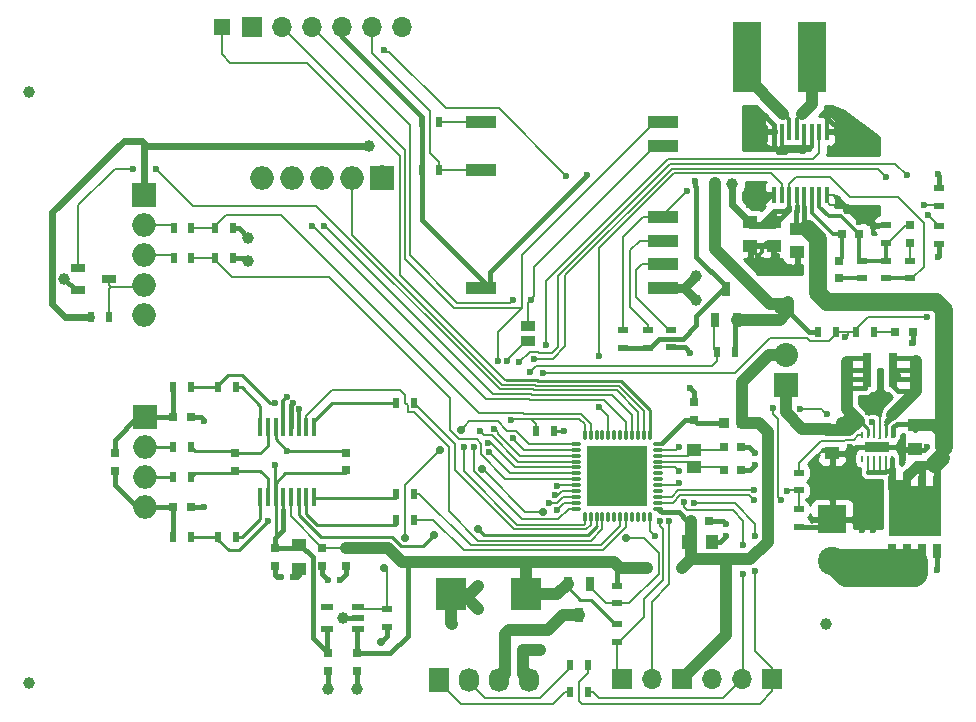
<source format=gtl>
G04 #@! TF.FileFunction,Copper,L1,Top,Signal*
%FSLAX46Y46*%
G04 Gerber Fmt 4.6, Leading zero omitted, Abs format (unit mm)*
G04 Created by KiCad (PCBNEW 4.0.7) date 2018 November 02, Friday 17:04:49*
%MOMM*%
%LPD*%
G01*
G04 APERTURE LIST*
%ADD10C,0.050000*%
%ADD11C,1.000000*%
%ADD12R,0.750000X0.800000*%
%ADD13R,0.800000X0.750000*%
%ADD14C,2.400000*%
%ADD15R,2.400000X2.400000*%
%ADD16R,2.032000X2.032000*%
%ADD17O,2.032000X2.032000*%
%ADD18R,0.889000X0.889000*%
%ADD19R,1.700000X1.700000*%
%ADD20O,1.700000X1.700000*%
%ADD21R,0.900000X0.500000*%
%ADD22R,0.500000X0.900000*%
%ADD23O,0.280000X0.850000*%
%ADD24O,0.850000X0.280000*%
%ADD25R,5.100000X5.100000*%
%ADD26R,0.450000X1.500000*%
%ADD27R,1.249680X0.998220*%
%ADD28R,2.450000X5.900000*%
%ADD29R,0.800000X2.900000*%
%ADD30R,0.381000X1.397000*%
%ADD31O,1.998980X1.998980*%
%ADD32R,1.998980X1.998980*%
%ADD33R,2.500000X1.100000*%
%ADD34R,1.270000X0.965200*%
%ADD35R,0.700000X1.200000*%
%ADD36R,4.500000X4.290000*%
%ADD37R,1.550000X1.600000*%
%ADD38R,1.550000X1.200000*%
%ADD39R,2.000000X0.900000*%
%ADD40R,0.250000X0.600000*%
%ADD41C,0.604800*%
%ADD42C,0.609600*%
%ADD43R,0.650000X1.220000*%
%ADD44R,1.220000X0.650000*%
%ADD45R,1.250000X1.000000*%
%ADD46R,1.000000X1.250000*%
%ADD47R,2.550000X2.700000*%
%ADD48R,1.727200X2.032000*%
%ADD49O,1.727200X2.032000*%
%ADD50R,1.350000X1.350000*%
%ADD51R,1.000000X0.550000*%
%ADD52C,0.600000*%
%ADD53C,0.700000*%
%ADD54C,0.400000*%
%ADD55C,0.200000*%
%ADD56C,1.000000*%
%ADD57C,0.250000*%
%ADD58C,0.800000*%
%ADD59C,0.300000*%
%ADD60C,1.500000*%
%ADD61C,0.280000*%
%ADD62C,0.600000*%
%ADD63C,0.500000*%
%ADD64C,0.350000*%
%ADD65C,2.000000*%
%ADD66C,0.254000*%
G04 APERTURE END LIST*
D10*
D11*
X66210000Y5005000D03*
X-1290000Y50005000D03*
D12*
X55000000Y22250000D03*
X55000000Y23750000D03*
D13*
X57500000Y20000000D03*
X59000000Y20000000D03*
X57500000Y18000000D03*
X59000000Y18000000D03*
X56250000Y13705000D03*
X54750000Y13705000D03*
X39000000Y2750000D03*
X40500000Y2750000D03*
X72000000Y29750000D03*
X73500000Y29750000D03*
D12*
X5940000Y19440000D03*
X5940000Y17940000D03*
D13*
X10905000Y22500000D03*
X12405000Y22500000D03*
X10905000Y14880000D03*
X12405000Y14880000D03*
D12*
X16100000Y17940000D03*
X16100000Y19440000D03*
X25500000Y18000000D03*
X25500000Y19500000D03*
X25545000Y11440000D03*
X25545000Y9940000D03*
X23545000Y9940000D03*
X23545000Y11440000D03*
X19545000Y9940000D03*
X19545000Y11440000D03*
D14*
X66690000Y10355000D03*
D15*
X66690000Y13855000D03*
D16*
X62750000Y25250000D03*
D17*
X62750000Y27790000D03*
D18*
X57500000Y22000000D03*
X59024000Y22000000D03*
D19*
X61600000Y330000D03*
D20*
X59060000Y330000D03*
D19*
X48900000Y330000D03*
D20*
X51440000Y330000D03*
D21*
X63890000Y16305000D03*
X63890000Y17805000D03*
X63890000Y13205000D03*
X63890000Y14705000D03*
X73250000Y35750000D03*
X73250000Y34250000D03*
X71250000Y38750000D03*
X71250000Y37250000D03*
X71250000Y34250000D03*
X71250000Y35750000D03*
X48490000Y3455000D03*
X48490000Y4955000D03*
X75740000Y40405000D03*
X75740000Y41905000D03*
X75740000Y38705000D03*
X75740000Y37205000D03*
D22*
X65500000Y29750000D03*
X67000000Y29750000D03*
X68750000Y29750000D03*
X70250000Y29750000D03*
X31940000Y47455000D03*
X33440000Y47455000D03*
X12405000Y17420000D03*
X10905000Y17420000D03*
X12405000Y19960000D03*
X10905000Y19960000D03*
X12405000Y25040000D03*
X10905000Y25040000D03*
X12405000Y12340000D03*
X10905000Y12340000D03*
X16215000Y12340000D03*
X14715000Y12340000D03*
X16215000Y25040000D03*
X14715000Y25040000D03*
X31295000Y23690000D03*
X29795000Y23690000D03*
X31295000Y16010000D03*
X29795000Y16010000D03*
X31295000Y13810000D03*
X29795000Y13810000D03*
X5450000Y31000000D03*
X3950000Y31000000D03*
X12450000Y38500000D03*
X10950000Y38500000D03*
X10950000Y36000000D03*
X12450000Y36000000D03*
X15950000Y38500000D03*
X14450000Y38500000D03*
X14450000Y36000000D03*
X15950000Y36000000D03*
D23*
X51250000Y20975000D03*
X50750000Y20975000D03*
X50250000Y20975000D03*
X49750000Y20975000D03*
X49250000Y20975000D03*
X48750000Y20975000D03*
X48250000Y20975000D03*
X47750000Y20975000D03*
X47250000Y20975000D03*
X46750000Y20975000D03*
X46250000Y20975000D03*
X45750000Y20975000D03*
D24*
X45025000Y20250000D03*
X45025000Y19750000D03*
X45025000Y19250000D03*
X45025000Y18750000D03*
X45025000Y18250000D03*
X45025000Y17750000D03*
X45025000Y17250000D03*
X45025000Y16750000D03*
X45025000Y16250000D03*
X45025000Y15750000D03*
X45025000Y15250000D03*
X45025000Y14750000D03*
D23*
X45750000Y14025000D03*
X46250000Y14025000D03*
X46750000Y14025000D03*
X47250000Y14025000D03*
X47750000Y14025000D03*
X48250000Y14025000D03*
X48750000Y14025000D03*
X49250000Y14025000D03*
X49750000Y14025000D03*
X50250000Y14025000D03*
X50750000Y14025000D03*
X51250000Y14025000D03*
D24*
X51975000Y14750000D03*
X51975000Y15250000D03*
X51975000Y15750000D03*
X51975000Y16250000D03*
X51975000Y16750000D03*
X51975000Y17250000D03*
X51975000Y17750000D03*
X51975000Y18250000D03*
X51975000Y18750000D03*
X51975000Y19250000D03*
X51975000Y19750000D03*
X51975000Y20250000D03*
D25*
X48500000Y17500000D03*
D26*
X22820000Y21640000D03*
X22170000Y21640000D03*
X21520000Y21640000D03*
X20870000Y21640000D03*
X20220000Y21640000D03*
X19570000Y21640000D03*
X18920000Y21640000D03*
X18270000Y21640000D03*
X18270000Y15740000D03*
X18920000Y15740000D03*
X19570000Y15740000D03*
X20220000Y15740000D03*
X20870000Y15740000D03*
X21520000Y15740000D03*
X22170000Y15740000D03*
X22820000Y15740000D03*
D27*
X55000000Y19749300D03*
X55000000Y18250700D03*
D19*
X53980000Y330000D03*
D20*
X56520000Y330000D03*
D12*
X67250000Y34250000D03*
X67250000Y35750000D03*
D13*
X69000000Y38000000D03*
X67500000Y38000000D03*
D12*
X73250000Y37250000D03*
X73250000Y38750000D03*
D28*
X65025000Y53000000D03*
X59475000Y53000000D03*
D29*
X71850000Y26500000D03*
X69650000Y26500000D03*
D21*
X69250000Y34250000D03*
X69250000Y35750000D03*
D30*
X66222500Y46667000D03*
X65587500Y46667000D03*
X64952500Y46667000D03*
X64317500Y46667000D03*
X63682500Y46667000D03*
X63047500Y46667000D03*
X62412500Y46667000D03*
X61777500Y46667000D03*
X61777500Y41333000D03*
X62412500Y41333000D03*
X63047500Y41333000D03*
X63682500Y41333000D03*
X64317500Y41333000D03*
X64952500Y41333000D03*
X65587500Y41333000D03*
X66222500Y41333000D03*
D31*
X20960000Y42760000D03*
D32*
X28580000Y42760000D03*
D31*
X26040000Y42760000D03*
X23500000Y42760000D03*
X18420000Y42760000D03*
X8480000Y14880000D03*
D32*
X8480000Y22500000D03*
D31*
X8480000Y19960000D03*
X8480000Y17420000D03*
X8440000Y33680000D03*
D32*
X8440000Y41300000D03*
D31*
X8440000Y38760000D03*
X8440000Y36220000D03*
X8440000Y31140000D03*
D19*
X17610000Y55500000D03*
D20*
X20150000Y55500000D03*
X22690000Y55500000D03*
X25230000Y55500000D03*
X27770000Y55500000D03*
X30310000Y55500000D03*
D22*
X31940000Y43455000D03*
X33440000Y43455000D03*
D21*
X53090000Y28405000D03*
X53090000Y29905000D03*
X48990000Y28395000D03*
X48990000Y29895000D03*
X51085000Y28395000D03*
X51085000Y29895000D03*
D33*
X36990000Y47455000D03*
X36990000Y43455000D03*
X36990000Y33455000D03*
X52390000Y33455000D03*
X52390000Y35455000D03*
X52390000Y37455000D03*
X52390000Y39455000D03*
X52390000Y45455000D03*
X52390000Y47455000D03*
D34*
X40940000Y28935000D03*
X40940000Y30205000D03*
D35*
X71780000Y11155000D03*
X73050000Y11155000D03*
X74330000Y11155000D03*
X75600000Y11155000D03*
X75600000Y16955000D03*
X74330000Y16955000D03*
X73050000Y16955000D03*
X71780000Y16955000D03*
D36*
X73690000Y14555000D03*
D37*
X72600000Y15305000D03*
X74780000Y15305000D03*
D38*
X72600000Y13305000D03*
X74780000Y13305000D03*
D39*
X70500000Y20000000D03*
D40*
X70750000Y21000000D03*
D41*
X71250000Y20000000D03*
D42*
X69750000Y20000000D03*
D40*
X71750000Y21000000D03*
X71250000Y21000000D03*
X70250000Y21000000D03*
X69750000Y21000000D03*
X69250000Y21000000D03*
X69250000Y19000000D03*
X69750000Y19000000D03*
X70250000Y19000000D03*
X70750000Y19000000D03*
X71250000Y19000000D03*
X71750000Y19000000D03*
D11*
X-1290000Y5000D03*
D43*
X46200000Y8370000D03*
X44300000Y8370000D03*
X45250000Y5750000D03*
X56760000Y30695000D03*
X58660000Y30695000D03*
X57710000Y33315000D03*
D44*
X2885000Y35160000D03*
X2885000Y33260000D03*
X5505000Y34210000D03*
D45*
X73690000Y21805000D03*
X73690000Y19805000D03*
X63750000Y38455000D03*
X63750000Y36455000D03*
X66690000Y21455000D03*
X66690000Y19455000D03*
X59750000Y39000000D03*
X59750000Y37000000D03*
X61750000Y39000000D03*
X61750000Y37000000D03*
D46*
X56500000Y11955000D03*
X54500000Y11955000D03*
D47*
X40810000Y7505000D03*
X34460000Y7505000D03*
D45*
X21545000Y9690000D03*
X21545000Y11690000D03*
D22*
X43110000Y21305000D03*
X41610000Y21305000D03*
D21*
X48500000Y8250000D03*
X48500000Y6750000D03*
D22*
X58460000Y28005000D03*
X56960000Y28005000D03*
D48*
X33420000Y250000D03*
D49*
X35960000Y250000D03*
X38500000Y250000D03*
X41040000Y250000D03*
D50*
X15000000Y55500000D03*
D22*
X46000000Y-750000D03*
X44500000Y-750000D03*
X46000000Y1500000D03*
X44500000Y1500000D03*
D12*
X26500000Y2500000D03*
X26500000Y1000000D03*
X24000000Y2500000D03*
X24000000Y1000000D03*
D21*
X29000000Y4750000D03*
X29000000Y6250000D03*
D51*
X26550000Y4550000D03*
X26550000Y5500000D03*
X26550000Y6450000D03*
X23950000Y6450000D03*
X23950000Y4550000D03*
D52*
X60500000Y45250000D03*
X60000000Y46000000D03*
X61000000Y46000000D03*
X61000000Y47000000D03*
X59990000Y47055000D03*
X60000000Y48000000D03*
X61000000Y48000000D03*
X67974982Y39989982D03*
X68974982Y38989982D03*
X64190000Y45005010D03*
X63180232Y45146255D03*
X70690000Y23955000D03*
X69690000Y23955000D03*
D53*
X28500000Y3500000D03*
D11*
X34500000Y5000000D03*
X36750000Y6250000D03*
X36750000Y8250000D03*
X42000000Y2750000D03*
X25250000Y5500000D03*
X26500000Y-500000D03*
X24000000Y-500000D03*
D52*
X44010000Y21305000D03*
D11*
X1695000Y34210000D03*
D52*
X21045000Y8960010D03*
X20045000Y8960010D03*
D11*
X17245000Y37690000D03*
X17245000Y35690000D03*
D52*
X69940000Y38955000D03*
X69940000Y39955000D03*
X67190000Y40955000D03*
X68940000Y39955000D03*
X70190000Y12955000D03*
X69190000Y12955000D03*
X69190000Y13955000D03*
X70190000Y13955000D03*
X70190000Y14955000D03*
X69190000Y14955000D03*
X65190000Y15955000D03*
X66190000Y15955000D03*
X67190000Y15955000D03*
X68190000Y15955000D03*
X69190000Y15955000D03*
X70190000Y15955000D03*
X70190000Y16955000D03*
X69190000Y16955000D03*
X68190000Y16955000D03*
X67190000Y16955000D03*
X66190000Y16955000D03*
X65190000Y16955000D03*
X65190000Y17955000D03*
X66190000Y17955000D03*
X67190000Y17955000D03*
X68190000Y17955000D03*
X68190000Y18955000D03*
X68190000Y19955000D03*
X48500000Y17500000D03*
X53690000Y16955000D03*
X53690000Y17955000D03*
X53690000Y19955000D03*
X48500000Y17500000D03*
X51690000Y12455000D03*
X57690000Y12455000D03*
X57690000Y13455000D03*
X60190000Y18455000D03*
X60190000Y19455000D03*
X54690000Y24955000D03*
X54690000Y27955000D03*
D11*
X55190000Y32455000D03*
X55190000Y34455000D03*
D52*
X20545000Y24190000D03*
X21545000Y23190000D03*
X21045000Y23690000D03*
X24045000Y8690000D03*
X25045000Y8690000D03*
X69690000Y22955000D03*
X72690000Y20755000D03*
X74690000Y19955000D03*
X72690000Y18955000D03*
X72690000Y19955000D03*
X62040000Y36155000D03*
X64040000Y35255000D03*
X63140000Y35255000D03*
X62040000Y35255000D03*
X61140000Y35455000D03*
X60440000Y36155000D03*
X59690000Y40455000D03*
X59690000Y41555000D03*
X60790000Y41555000D03*
X60790000Y40455000D03*
X69500000Y45000000D03*
X68490000Y45755000D03*
X68490000Y45055000D03*
X67490000Y45055000D03*
X67490000Y45755000D03*
X67490000Y46655000D03*
X66190000Y48155000D03*
X75640000Y43055000D03*
X75640000Y36055000D03*
X75590000Y9555000D03*
X73490000Y28755000D03*
X13545000Y22190000D03*
X13545000Y14940000D03*
X70690000Y22955000D03*
D11*
X56777022Y42304957D03*
X51000000Y9750000D03*
X54000000Y9750000D03*
X62690000Y31205000D03*
D52*
X19519990Y23690022D03*
X19545000Y18440000D03*
X73000000Y43000000D03*
X36880890Y21291084D03*
X40190000Y27155004D03*
X74440000Y40455000D03*
X71240000Y42855000D03*
X41470423Y27455078D03*
X37590000Y20355000D03*
X74840000Y39655000D03*
D11*
X58250000Y42250000D03*
X27500000Y45500000D03*
D52*
X43441377Y14657166D03*
X52115078Y13705814D03*
X42700045Y15221096D03*
X52914662Y13679662D03*
X9460000Y43505000D03*
X7460000Y43505000D03*
X60090000Y16355000D03*
X62890000Y16255000D03*
X74750000Y30949990D03*
X67750000Y29250000D03*
X42190000Y26255000D03*
X37640000Y19553544D03*
X66250000Y22750000D03*
X60090000Y15455000D03*
X61690000Y23255000D03*
X63990000Y23155002D03*
X62390012Y15455000D03*
X70090000Y22055000D03*
X42490000Y28655000D03*
X39490000Y22255000D03*
D53*
X35230867Y21438387D03*
X33500000Y19750000D03*
X30500000Y12250000D03*
X28750000Y9750000D03*
X33000000Y12500000D03*
X36750000Y13000000D03*
D52*
X46990000Y23355006D03*
X46955674Y27655011D03*
X38090010Y21541216D03*
X41112665Y26329121D03*
X39209233Y27288477D03*
X36338439Y20005863D03*
X35500000Y20000000D03*
X38409495Y27267555D03*
X23690000Y38705000D03*
X22690000Y38705000D03*
X28790000Y53555000D03*
X54390000Y41654992D03*
X44190000Y42955000D03*
X55120157Y42504957D03*
X45940000Y43005010D03*
X41190000Y32455000D03*
X39690000Y32455000D03*
D53*
X37084627Y18084627D03*
X49250000Y12250000D03*
X42250000Y14500000D03*
D52*
X39665728Y20730728D03*
X18894990Y13689589D03*
X20569998Y19640000D03*
X43440000Y16705000D03*
X54111236Y15304977D03*
X59190000Y9205000D03*
X59190000Y11705000D03*
X60190000Y12455000D03*
X60190000Y9455000D03*
X43215888Y15895132D03*
X54960484Y15204979D03*
D54*
X60500000Y45500000D02*
X60500000Y45250000D01*
X60000000Y46000000D02*
X60500000Y45500000D01*
X61000000Y47000000D02*
X61000000Y46000000D01*
X60000000Y48000000D02*
X60000000Y47065000D01*
X60000000Y47065000D02*
X59990000Y47055000D01*
X61777500Y46667000D02*
X61777500Y47222500D01*
X61777500Y47222500D02*
X61000000Y48000000D01*
D55*
X66222500Y41333000D02*
X66222500Y40777500D01*
X66222500Y40777500D02*
X66500000Y40500000D01*
X66500000Y40500000D02*
X67645000Y40500000D01*
X67645000Y40500000D02*
X67690000Y40455000D01*
X67690000Y40455000D02*
X67690000Y39955000D01*
X68940000Y39024964D02*
X68974982Y38989982D01*
X68940000Y39955000D02*
X68940000Y39024964D01*
D54*
X64048755Y45146255D02*
X64190000Y45005010D01*
X63180232Y45146255D02*
X64048755Y45146255D01*
X64568619Y45383629D02*
X64489999Y45305009D01*
X62690000Y45080287D02*
X62755968Y45146255D01*
X64489999Y45305009D02*
X64190000Y45005010D01*
X64861379Y45383629D02*
X64568619Y45383629D01*
X62690000Y44955000D02*
X62690000Y45080287D01*
D55*
X62755968Y45146255D02*
X63180232Y45146255D01*
X62481255Y45146255D02*
X62755968Y45146255D01*
X62390000Y45055000D02*
X62481255Y45146255D01*
D54*
X70690000Y23955000D02*
X69690000Y22955000D01*
X70690000Y22955000D02*
X69690000Y23955000D01*
X29000000Y4750000D02*
X29000000Y4000000D01*
X29000000Y4000000D02*
X28500000Y3500000D01*
D56*
X34460000Y7505000D02*
X34460000Y5040000D01*
X34460000Y5040000D02*
X34500000Y5000000D01*
X34460000Y7505000D02*
X35495000Y7505000D01*
X35495000Y7505000D02*
X36750000Y6250000D01*
X34460000Y7505000D02*
X36005000Y7505000D01*
X36005000Y7505000D02*
X36750000Y8250000D01*
X40500000Y2750000D02*
X42000000Y2750000D01*
X40500000Y2750000D02*
X40500000Y790000D01*
X40500000Y790000D02*
X41040000Y250000D01*
D54*
X26550000Y5500000D02*
X25250000Y5500000D01*
X26500000Y1000000D02*
X26500000Y-500000D01*
X24000000Y1000000D02*
X24000000Y-500000D01*
X60440000Y36155000D02*
X60440000Y36025000D01*
X60440000Y36025000D02*
X60460000Y36005000D01*
D57*
X43110000Y21305000D02*
X44010000Y21305000D01*
D54*
X33860000Y8105000D02*
X34460000Y7505000D01*
X34460000Y7505000D02*
X33610000Y7505000D01*
X2885000Y33260000D02*
X2645000Y33260000D01*
X2645000Y33260000D02*
X1695000Y34210000D01*
X21365010Y8960010D02*
X21045000Y8960010D01*
X21545000Y9940000D02*
X21545000Y9140000D01*
X19545000Y9940000D02*
X19545000Y9140000D01*
X19724990Y8960010D02*
X20045000Y8960010D01*
X19545000Y9140000D02*
X19724990Y8960010D01*
X21545000Y9140000D02*
X21365010Y8960010D01*
X71250000Y38750000D02*
X70145000Y38750000D01*
X70145000Y38750000D02*
X69940000Y38955000D01*
X15950000Y38500000D02*
X16435000Y38500000D01*
X16435000Y38500000D02*
X17245000Y37690000D01*
X15950000Y36000000D02*
X16935000Y36000000D01*
X16935000Y36000000D02*
X17245000Y35690000D01*
D55*
X61777500Y45367500D02*
X62190000Y44955000D01*
X69940000Y39955000D02*
X69940000Y38955000D01*
X66222500Y41333000D02*
X66812000Y41333000D01*
X66812000Y41333000D02*
X67190000Y40955000D01*
D54*
X61890001Y45254999D02*
X62190000Y44955000D01*
X61777500Y45367500D02*
X61890001Y45254999D01*
X61777500Y46667000D02*
X61777500Y45367500D01*
X62090000Y44955000D02*
X62190000Y44955000D01*
D55*
X65190000Y18955000D02*
X65190000Y17955000D01*
X65940000Y19705000D02*
X65190000Y18955000D01*
D54*
X66690000Y19705000D02*
X65940000Y19705000D01*
D55*
X69190000Y13955000D02*
X69190000Y12955000D01*
X70190000Y14955000D02*
X70190000Y13955000D01*
X65190000Y15955000D02*
X68190000Y15955000D01*
X68190000Y15955000D02*
X69190000Y14955000D01*
X67190000Y15955000D02*
X66190000Y15955000D01*
X69190000Y15955000D02*
X68190000Y15955000D01*
X69190000Y16955000D02*
X70190000Y16955000D01*
X67190000Y16955000D02*
X68190000Y16955000D01*
X65190000Y16955000D02*
X66190000Y16955000D01*
X66190000Y17955000D02*
X65190000Y17955000D01*
X67190000Y17955000D02*
X66190000Y17955000D01*
X68190000Y18955000D02*
X68190000Y17955000D01*
X68614264Y19955000D02*
X68190000Y19955000D01*
X68690000Y19955000D02*
X68614264Y19955000D01*
X68735000Y20000000D02*
X68690000Y19955000D01*
D54*
X70500000Y20000000D02*
X68735000Y20000000D01*
D55*
X50696011Y19461011D02*
X49190000Y17955000D01*
X48500000Y17500000D02*
X48500000Y16265000D01*
X48196011Y19461011D02*
X46690000Y17955000D01*
X51975000Y16750000D02*
X53485000Y16750000D01*
X53485000Y16750000D02*
X53690000Y16955000D01*
X51975000Y18250000D02*
X53395000Y18250000D01*
X53395000Y18250000D02*
X53690000Y17955000D01*
X51975000Y19750000D02*
X53485000Y19750000D01*
X53485000Y19750000D02*
X53690000Y19955000D01*
X51250000Y12895000D02*
X51690000Y12455000D01*
X51250000Y14025000D02*
X51250000Y12895000D01*
D54*
X56250000Y11955000D02*
X57190000Y11955000D01*
X57190000Y11955000D02*
X57690000Y12455000D01*
X56250000Y13705000D02*
X57440000Y13705000D01*
X57440000Y13705000D02*
X57690000Y13455000D01*
X59000000Y18000000D02*
X59735000Y18000000D01*
X59735000Y18000000D02*
X60190000Y18455000D01*
X59000000Y20000000D02*
X59645000Y20000000D01*
X59645000Y20000000D02*
X60190000Y19455000D01*
X55000000Y23750000D02*
X55000000Y24645000D01*
X55000000Y24645000D02*
X54690000Y24955000D01*
X53090000Y28405000D02*
X54240000Y28405000D01*
X54240000Y28405000D02*
X54690000Y27955000D01*
D58*
X55190000Y32455000D02*
X54190000Y33455000D01*
X51690000Y33455000D02*
X54190000Y33455000D01*
X54190000Y33455000D02*
X55190000Y34455000D01*
D59*
X20220000Y21640000D02*
X20220000Y23865000D01*
X20220000Y23865000D02*
X20545000Y24190000D01*
X21520000Y21640000D02*
X21520000Y23165000D01*
X21520000Y23165000D02*
X21545000Y23190000D01*
D54*
X20870000Y21640000D02*
X20870000Y23515000D01*
X20870000Y23515000D02*
X21045000Y23690000D01*
X23545000Y9940000D02*
X23545000Y9190000D01*
X23545000Y9190000D02*
X24045000Y8690000D01*
X25545000Y9940000D02*
X25545000Y9190000D01*
X25545000Y9190000D02*
X25045000Y8690000D01*
X72690000Y18955000D02*
X72690000Y20755000D01*
X72690000Y20755000D02*
X72690000Y20955000D01*
X72690000Y19955000D02*
X72690000Y20755000D01*
X73690000Y19705000D02*
X74440000Y19705000D01*
X74440000Y19705000D02*
X74690000Y19955000D01*
X71250000Y20000000D02*
X72645000Y20000000D01*
X72645000Y20000000D02*
X72690000Y19955000D01*
X73690000Y19705000D02*
X72940000Y19705000D01*
X72940000Y19705000D02*
X72690000Y19955000D01*
X63890000Y13205000D02*
X66040000Y13205000D01*
X66040000Y13205000D02*
X66690000Y13855000D01*
D59*
X60740000Y36915000D02*
X60739999Y36454999D01*
X60739999Y36454999D02*
X60440000Y36155000D01*
X61750000Y37250000D02*
X61075000Y37250000D01*
X61075000Y37250000D02*
X60740000Y36915000D01*
X63140000Y35255000D02*
X64040000Y35255000D01*
X61140000Y35455000D02*
X61840000Y35455000D01*
X61840000Y35455000D02*
X62040000Y35255000D01*
X59750000Y37250000D02*
X59750000Y36845000D01*
X59750000Y36845000D02*
X60440000Y36155000D01*
X60790000Y41555000D02*
X59690000Y41555000D01*
X61777500Y41333000D02*
X61668000Y41333000D01*
X61668000Y41333000D02*
X60790000Y40455000D01*
D54*
X68490000Y45055000D02*
X68490000Y45755000D01*
X67490000Y45755000D02*
X67490000Y45055000D01*
X66190000Y48155000D02*
X66190000Y47955000D01*
X66190000Y47955000D02*
X67490000Y46655000D01*
D59*
X62412500Y46667000D02*
X62412500Y45855000D01*
X62412500Y45855000D02*
X62412500Y45377500D01*
D54*
X62690000Y44955000D02*
X62090000Y44955000D01*
X62689999Y45055001D02*
X62390000Y45355000D01*
X62690000Y44955000D02*
X62689999Y45055001D01*
X64090000Y45355000D02*
X64790000Y45355000D01*
X64790000Y45355000D02*
X64890000Y45455000D01*
X62390000Y45355000D02*
X64190000Y45355000D01*
X64190000Y45355000D02*
X64290000Y45455000D01*
D59*
X62412500Y45377500D02*
X62390000Y45355000D01*
X64317500Y46667000D02*
X64317500Y45482500D01*
X64317500Y45482500D02*
X64290000Y45455000D01*
X64952500Y46667000D02*
X64952500Y45517500D01*
X64952500Y45517500D02*
X64890000Y45455000D01*
X66222500Y46667000D02*
X66222500Y48122500D01*
X66222500Y48122500D02*
X66190000Y48155000D01*
D54*
X75740000Y41905000D02*
X75740000Y42955000D01*
X75740000Y42955000D02*
X75640000Y43055000D01*
X75740000Y37205000D02*
X75740000Y36155000D01*
X75740000Y36155000D02*
X75640000Y36055000D01*
X75600000Y11155000D02*
X75600000Y9565000D01*
X75600000Y9565000D02*
X75590000Y9555000D01*
X73500000Y29750000D02*
X73500000Y28765000D01*
X73500000Y28765000D02*
X73490000Y28755000D01*
X12405000Y22500000D02*
X13235000Y22500000D01*
X13235000Y22500000D02*
X13545000Y22190000D01*
X12405000Y14880000D02*
X13485000Y14880000D01*
X13485000Y14880000D02*
X13545000Y14940000D01*
D55*
X70750000Y22895000D02*
X70690000Y22955000D01*
X70750000Y21000000D02*
X70750000Y22895000D01*
X70750000Y21000000D02*
X70750000Y20750001D01*
X70750000Y20750001D02*
X70690000Y20750001D01*
D56*
X56777022Y36722978D02*
X56777022Y41597851D01*
X62750000Y32055000D02*
X61445000Y32055000D01*
X61445000Y32055000D02*
X56777022Y36722978D01*
X56777022Y41597851D02*
X56777022Y42304957D01*
D54*
X63055000Y31750000D02*
X62750000Y31445000D01*
X62750000Y31445000D02*
X62750000Y31250000D01*
D56*
X62250000Y31750000D02*
X62500000Y31750000D01*
X62500000Y31750000D02*
X63000000Y32250000D01*
X63000000Y32250000D02*
X63000000Y31515000D01*
X63000000Y31515000D02*
X62690000Y31205000D01*
D54*
X62690000Y31205000D02*
X63235000Y31750000D01*
X63235000Y31750000D02*
X63235000Y31265000D01*
X63235000Y31265000D02*
X64750000Y29750000D01*
X64750000Y29750000D02*
X65500000Y29750000D01*
D57*
X46245000Y7000000D02*
X45385000Y7000000D01*
X45385000Y7000000D02*
X44300000Y8085000D01*
X44300000Y8085000D02*
X44300000Y8370000D01*
X48490000Y4955000D02*
X48290000Y4955000D01*
X48290000Y4955000D02*
X46245000Y7000000D01*
D54*
X48500000Y8250000D02*
X48500000Y9500000D01*
X48500000Y9500000D02*
X48750000Y9750000D01*
D56*
X51000000Y9750000D02*
X49750000Y9750000D01*
X49750000Y9750000D02*
X48750000Y9750000D01*
D54*
X48490000Y4955000D02*
X48690000Y4955000D01*
D56*
X40810000Y7505000D02*
X43435000Y7505000D01*
X43435000Y7505000D02*
X44300000Y8370000D01*
X41000000Y10250000D02*
X48250000Y10250000D01*
X30250000Y10250000D02*
X41000000Y10250000D01*
X41000000Y10250000D02*
X40810000Y10060000D01*
X40810000Y10060000D02*
X40810000Y7505000D01*
X25545000Y11440000D02*
X29060000Y11440000D01*
X29060000Y11440000D02*
X30250000Y10250000D01*
X48250000Y10250000D02*
X48750000Y9750000D01*
D54*
X26500000Y2500000D02*
X29250000Y2500000D01*
X30750000Y10000000D02*
X30500000Y10250000D01*
X29250000Y2500000D02*
X30750000Y4000000D01*
X30750000Y4000000D02*
X30750000Y10000000D01*
X26500000Y2500000D02*
X26500000Y4500000D01*
X26500000Y4500000D02*
X26550000Y4550000D01*
D56*
X54875000Y10455000D02*
X54705000Y10455000D01*
X54705000Y10455000D02*
X54000000Y9750000D01*
D54*
X58460000Y28005000D02*
X58460000Y30495000D01*
X58460000Y30495000D02*
X58660000Y30695000D01*
D56*
X62690000Y31205000D02*
X62240000Y30755000D01*
X62240000Y30755000D02*
X58720000Y30755000D01*
X58720000Y30755000D02*
X58660000Y30695000D01*
X54750000Y11955000D02*
X54750000Y13705000D01*
X56250000Y10455000D02*
X54875000Y10455000D01*
X54875000Y10455000D02*
X54750000Y10580000D01*
X54750000Y10580000D02*
X54750000Y11955000D01*
X53980000Y330000D02*
X57690000Y4040000D01*
X57690000Y4040000D02*
X57690000Y10455000D01*
X57690000Y10455000D02*
X56250000Y10455000D01*
X60468500Y22000000D02*
X61240002Y21228498D01*
X61240002Y21228498D02*
X61240002Y11950998D01*
X59024000Y22000000D02*
X60468500Y22000000D01*
D54*
X54750000Y13705000D02*
X54440000Y13705000D01*
X54440000Y13705000D02*
X53690000Y14455000D01*
X53690000Y14455000D02*
X52270000Y14455000D01*
X52270000Y14455000D02*
X52065010Y14659990D01*
D56*
X59744004Y10455000D02*
X56250000Y10455000D01*
X61240002Y11950998D02*
X59744004Y10455000D01*
D55*
X23545000Y11440000D02*
X23545000Y11465000D01*
X20870000Y14790000D02*
X20870000Y15740000D01*
X23545000Y11465000D02*
X20870000Y14140000D01*
X20870000Y14140000D02*
X20870000Y14790000D01*
X25545000Y11440000D02*
X23545000Y11440000D01*
X26545000Y11440000D02*
X25545000Y11440000D01*
D56*
X28580000Y43315000D02*
X28580000Y42760000D01*
X62750000Y27790000D02*
X61313160Y27790000D01*
X61313160Y27790000D02*
X59024000Y25500840D01*
X59024000Y25500840D02*
X59024000Y22000000D01*
D54*
X40810000Y7505000D02*
X40810000Y7105000D01*
D57*
X19570000Y15740000D02*
X19570000Y12265000D01*
X19570000Y12265000D02*
X19545000Y12240000D01*
D54*
X23950000Y4550000D02*
X23950000Y2550000D01*
X23950000Y2550000D02*
X24000000Y2500000D01*
X21545000Y11690000D02*
X21670000Y11690000D01*
X21670000Y11690000D02*
X22719999Y10640001D01*
X22719999Y10640001D02*
X22719999Y3805001D01*
X22719999Y3805001D02*
X24000000Y2525000D01*
X24000000Y2525000D02*
X24000000Y2500000D01*
D57*
X14715000Y25040000D02*
X14715000Y25240000D01*
X14715000Y25240000D02*
X15565000Y26090000D01*
X15565000Y26090000D02*
X16695748Y26090000D01*
X16695748Y26090000D02*
X19095726Y23690022D01*
X19095726Y23690022D02*
X19519990Y23690022D01*
X19545000Y18015736D02*
X19545000Y18440000D01*
X19545000Y16525000D02*
X19545000Y18015736D01*
X19570000Y16500000D02*
X19545000Y16525000D01*
X19570000Y16965000D02*
X19570000Y16500000D01*
X25545000Y17740000D02*
X20345000Y17740000D01*
X20345000Y17740000D02*
X19570000Y16965000D01*
X19570000Y16500000D02*
X19570000Y15740000D01*
X14715000Y25040000D02*
X12405000Y25040000D01*
D54*
X21545000Y11415000D02*
X21545000Y11440000D01*
X21545000Y11440000D02*
X19545000Y11440000D01*
D57*
X20220000Y15740000D02*
X20220000Y14604998D01*
D54*
X20220000Y12915000D02*
X20220000Y14604998D01*
X19545000Y12240000D02*
X20220000Y12915000D01*
X19545000Y11440000D02*
X19545000Y12240000D01*
X68000000Y27250000D02*
X68250000Y27500000D01*
D56*
X67915000Y26455000D02*
X67915000Y27165000D01*
D54*
X67915000Y25000000D02*
X69500000Y25000000D01*
X69500000Y25000000D02*
X69500000Y26350000D01*
X69500000Y26350000D02*
X69650000Y26500000D01*
D56*
X67915000Y25000000D02*
X67915000Y23230000D01*
X67915000Y26455000D02*
X67915000Y25000000D01*
D55*
X67795000Y25750000D02*
X67795000Y26335000D01*
X67795000Y24350000D02*
X67795000Y25750000D01*
D54*
X67795000Y25750000D02*
X69250000Y25750000D01*
X67915000Y26455000D02*
X67960000Y26500000D01*
X67960000Y26500000D02*
X69650000Y26500000D01*
X68250000Y27500000D02*
X69250000Y27500000D01*
D56*
X66390000Y21505000D02*
X64159996Y21505000D01*
X62750000Y23234000D02*
X62750000Y25250000D01*
X64159996Y21505000D02*
X62750000Y22914996D01*
X62750000Y22914996D02*
X62750000Y23234000D01*
X68140012Y21405012D02*
X68140012Y22405012D01*
X68140012Y22405012D02*
X68440000Y22705000D01*
X67515000Y22030024D02*
X68140012Y21405012D01*
X68140012Y21405012D02*
X68940000Y22205000D01*
X66890012Y21405012D02*
X68140012Y21405012D01*
D57*
X69750000Y21479986D02*
X69024986Y22205000D01*
X69024986Y22205000D02*
X68940000Y22205000D01*
X69750000Y21000000D02*
X69750000Y21479986D01*
D56*
X67915000Y23230000D02*
X68440000Y22705000D01*
X68440000Y22705000D02*
X68940000Y22205000D01*
D55*
X67795000Y26335000D02*
X67915000Y26455000D01*
D54*
X55000000Y22250000D02*
X54225000Y22250000D01*
X54225000Y22250000D02*
X52315010Y20340010D01*
X57500000Y22000000D02*
X55250000Y22000000D01*
X55250000Y22000000D02*
X55000000Y22250000D01*
D55*
X55000000Y19749300D02*
X57249300Y19749300D01*
X57249300Y19749300D02*
X57500000Y20000000D01*
X51975000Y19250000D02*
X54500700Y19250000D01*
X54500700Y19250000D02*
X55000000Y19749300D01*
X55000000Y18250700D02*
X57249300Y18250700D01*
X57249300Y18250700D02*
X57500000Y18000000D01*
X51975000Y18750000D02*
X54500700Y18750000D01*
X54500700Y18750000D02*
X55000000Y18250700D01*
X70250000Y29750000D02*
X72000000Y29750000D01*
D54*
X7855000Y22500000D02*
X8480000Y22500000D01*
X5940000Y19440000D02*
X5940000Y20585000D01*
X5940000Y20585000D02*
X7855000Y22500000D01*
X8480000Y22500000D02*
X10905000Y22500000D01*
X10905000Y25040000D02*
X10905000Y22500000D01*
X8480000Y14880000D02*
X7855000Y14880000D01*
X7855000Y14880000D02*
X5940000Y16795000D01*
X5940000Y16795000D02*
X5940000Y17940000D01*
X8360000Y15000000D02*
X8480000Y14880000D01*
X8480000Y14880000D02*
X10905000Y14880000D01*
X10905000Y14880000D02*
X10905000Y12340000D01*
D57*
X14195000Y17740000D02*
X12725000Y17740000D01*
X12725000Y17740000D02*
X12405000Y17420000D01*
X16100000Y17940000D02*
X15900000Y17740000D01*
X15900000Y17740000D02*
X14195000Y17740000D01*
X18295000Y17940000D02*
X18920000Y17315000D01*
X18920000Y17315000D02*
X18920000Y15740000D01*
X16100000Y17940000D02*
X18295000Y17940000D01*
X14195000Y19640000D02*
X12725000Y19640000D01*
X12725000Y19640000D02*
X12405000Y19960000D01*
X16100000Y19440000D02*
X15900000Y19640000D01*
X15900000Y19640000D02*
X14195000Y19640000D01*
X18295000Y19440000D02*
X18920000Y20065000D01*
X18920000Y20065000D02*
X18920000Y21640000D01*
X16100000Y19440000D02*
X18295000Y19440000D01*
D55*
X61940011Y43954989D02*
X72045011Y43954989D01*
X72045011Y43954989D02*
X73000000Y43000000D01*
X40190000Y27155004D02*
X41090076Y28055080D01*
X43490001Y34486401D02*
X52958589Y43954989D01*
X41090076Y28055080D02*
X41758425Y28055080D01*
X41758425Y28055080D02*
X41858506Y27954999D01*
X41858506Y27954999D02*
X42978001Y27954999D01*
X42978001Y27954999D02*
X43490001Y28466999D01*
X43490001Y28466999D02*
X43490001Y34486401D01*
X52958589Y43954989D02*
X61940011Y43954989D01*
X45025000Y18750000D02*
X40083004Y18750000D01*
X40083004Y18750000D02*
X37878003Y20955001D01*
X37878003Y20955001D02*
X37216973Y20955001D01*
X37216973Y20955001D02*
X37180889Y20991085D01*
X37180889Y20991085D02*
X36880890Y21291084D01*
X74440000Y40455000D02*
X75690000Y40455000D01*
X75690000Y40455000D02*
X75740000Y40405000D01*
X41470423Y27455078D02*
X43043780Y27455078D01*
X43043780Y27455078D02*
X44090012Y28501310D01*
X44090012Y28501310D02*
X44090012Y34520712D01*
X44090012Y34520712D02*
X53124278Y43554978D01*
X53124278Y43554978D02*
X70540022Y43554978D01*
X70540022Y43554978D02*
X70590024Y43504976D01*
X70590024Y43504976D02*
X71240000Y42855000D01*
X39875598Y18250000D02*
X37770598Y20355000D01*
X37770598Y20355000D02*
X37590000Y20355000D01*
X45025000Y18250000D02*
X39875598Y18250000D01*
X74840000Y39655000D02*
X74840000Y39605000D01*
X74840000Y39605000D02*
X75740000Y38705000D01*
D54*
X71750000Y19000000D02*
X71750000Y18155000D01*
X64317500Y39067500D02*
X64317500Y38806140D01*
X64317500Y38806140D02*
X64668640Y38455000D01*
D60*
X65500000Y37623640D02*
X64668640Y38455000D01*
D59*
X64317500Y41333000D02*
X64317500Y40268998D01*
D54*
X63750000Y38500000D02*
X64317500Y39067500D01*
X64317500Y39067500D02*
X64317500Y40268998D01*
X63665002Y39930002D02*
X63665002Y39665002D01*
D61*
X64317500Y39022500D02*
X63750000Y38455000D01*
D54*
X63750000Y38500000D02*
X63665002Y38584998D01*
X63665002Y38584998D02*
X63665002Y39930002D01*
X63750000Y38455000D02*
X63750000Y38500000D01*
D60*
X76190000Y19955000D02*
X76190000Y31560000D01*
X75500000Y32250000D02*
X66250000Y32250000D01*
X76190000Y31560000D02*
X75500000Y32250000D01*
X66250000Y32250000D02*
X65500000Y33000000D01*
X65500000Y33000000D02*
X65500000Y37623640D01*
D62*
X74330000Y16955000D02*
X74330000Y18125000D01*
X74710000Y18375000D02*
X74690000Y18355000D01*
X74330000Y18125000D02*
X74710000Y18505000D01*
X74710000Y18505000D02*
X74710000Y18375000D01*
X71780000Y16955000D02*
X72730000Y16955000D01*
X72730000Y16955000D02*
X73780000Y18005000D01*
X73780000Y18005000D02*
X74210000Y18005000D01*
D55*
X71750000Y21000000D02*
X71750000Y21515000D01*
X71750000Y21515000D02*
X71875001Y21640001D01*
X71750000Y21000000D02*
X71875001Y21000000D01*
X71250000Y17895000D02*
X71690000Y17895000D01*
X71690000Y17895000D02*
X71750000Y17895000D01*
D54*
X71250000Y17955000D02*
X71630000Y17955000D01*
X71630000Y17955000D02*
X71690000Y17895000D01*
D55*
X71250000Y18500000D02*
X71250000Y17955000D01*
X71250000Y17955000D02*
X71250000Y17895000D01*
D54*
X70750000Y17895000D02*
X71190000Y17895000D01*
X71190000Y17895000D02*
X71250000Y17955000D01*
X70250000Y17895000D02*
X70750000Y17895000D01*
X69750000Y17895000D02*
X70250000Y17895000D01*
D55*
X75890000Y19955000D02*
X76190000Y19955000D01*
X75890000Y19055000D02*
X76090000Y19255000D01*
X75890000Y19955000D02*
X75890000Y19055000D01*
X76090000Y19255000D02*
X76190000Y19355000D01*
D56*
X73690000Y21805000D02*
X75340000Y21805000D01*
X75340000Y21805000D02*
X75890000Y21255000D01*
X75890000Y20655000D02*
X75890000Y19955000D01*
D62*
X72990000Y17755000D02*
X73190000Y17955000D01*
X73190000Y17955000D02*
X73590000Y18355000D01*
X73790000Y18555000D02*
X73190000Y17955000D01*
X75390000Y18555000D02*
X73790000Y18555000D01*
X73590000Y18355000D02*
X74690000Y18355000D01*
X74690000Y18355000D02*
X75190000Y18355000D01*
X74330000Y16955000D02*
X74330000Y15755000D01*
X74330000Y15755000D02*
X74780000Y15305000D01*
D55*
X71750000Y18155000D02*
X71750000Y17895000D01*
X71750000Y18500000D02*
X71750000Y18155000D01*
D62*
X71750000Y18155000D02*
X71750000Y16985000D01*
X71750000Y16985000D02*
X71780000Y16955000D01*
X75600000Y16955000D02*
X75600000Y18345000D01*
X75600000Y18345000D02*
X75390000Y18555000D01*
D60*
X75390000Y18555000D02*
X75890000Y19055000D01*
D62*
X75190000Y18355000D02*
X75390000Y18555000D01*
X72990000Y17265000D02*
X72990000Y17755000D01*
X73050000Y16955000D02*
X73050000Y17205000D01*
X73050000Y17205000D02*
X72990000Y17265000D01*
D55*
X71750000Y17895000D02*
X71790000Y17855000D01*
X69750000Y17895000D02*
X70750000Y17895000D01*
X70750000Y17895000D02*
X71250000Y17895000D01*
X70750000Y19000000D02*
X70750000Y18500000D01*
X70750000Y18500000D02*
X70750000Y17895000D01*
X71250000Y19000000D02*
X71250000Y18500000D01*
X71750000Y19000000D02*
X71750000Y18500000D01*
X70250000Y19000000D02*
X70250000Y17895000D01*
X69750000Y19000000D02*
X69750000Y17895000D01*
D54*
X73690000Y21455000D02*
X73190000Y21955000D01*
X71875001Y21640001D02*
X71875001Y21000000D01*
X72190000Y21955000D02*
X71875001Y21640001D01*
X73190000Y21955000D02*
X72190000Y21955000D01*
X63682500Y40354500D02*
X63682500Y39947500D01*
X63682500Y39947500D02*
X63665002Y39930002D01*
D61*
X63682500Y41333000D02*
X63682500Y40354500D01*
D55*
X26040000Y37966996D02*
X26040000Y41346508D01*
X26040000Y41346508D02*
X26040000Y42760000D01*
X41638222Y25180714D02*
X41563868Y25255068D01*
X50750000Y23043940D02*
X48613226Y25180714D01*
X50750000Y20975000D02*
X50750000Y23043940D01*
X48613226Y25180714D02*
X41638222Y25180714D01*
X41563868Y25255068D02*
X38751928Y25255068D01*
X38751928Y25255068D02*
X26040000Y37966996D01*
X46250000Y20975000D02*
X46250000Y21960700D01*
X45430051Y22780649D02*
X40644089Y22780649D01*
X20040000Y39605000D02*
X15355000Y39605000D01*
X15355000Y39605000D02*
X14450000Y38700000D01*
X46250000Y21960700D02*
X45430051Y22780649D01*
X40644089Y22780649D02*
X40569736Y22855002D01*
X40569736Y22855002D02*
X36789998Y22855002D01*
X36789998Y22855002D02*
X20040000Y39605000D01*
X14450000Y38700000D02*
X14450000Y38500000D01*
X12450000Y38500000D02*
X14450000Y38500000D01*
X45025000Y17250000D02*
X44400000Y17250000D01*
X44400000Y17250000D02*
X44344998Y17305002D01*
X44344998Y17305002D02*
X39039998Y17305002D01*
X39039998Y17305002D02*
X36989998Y19355002D01*
X36989998Y19355002D02*
X36989998Y20260002D01*
X36989998Y20260002D02*
X36599311Y20650689D01*
X36599311Y20650689D02*
X35099311Y20650689D01*
X35099311Y20650689D02*
X34349998Y21400002D01*
X34349998Y21400002D02*
X34349998Y24150002D01*
X34349998Y24150002D02*
X24095000Y34405000D01*
X24095000Y34405000D02*
X15845000Y34405000D01*
X15845000Y34405000D02*
X14450000Y35800000D01*
X14450000Y35800000D02*
X14450000Y36000000D01*
X12450000Y36000000D02*
X12900000Y36000000D01*
X12900000Y36000000D02*
X14450000Y36000000D01*
X5450000Y31000000D02*
X5450000Y33360000D01*
X5450000Y33360000D02*
X5640000Y33550000D01*
X5695000Y33550000D02*
X8310000Y33550000D01*
X5505000Y34210000D02*
X5505000Y33685000D01*
X5505000Y33685000D02*
X5640000Y33550000D01*
X5640000Y33550000D02*
X5695000Y33550000D01*
X8310000Y33550000D02*
X8440000Y33680000D01*
D59*
X63047500Y41333000D02*
X63032490Y40312500D01*
X63032490Y40312500D02*
X63047500Y40312500D01*
D54*
X62000000Y39000000D02*
X63014994Y40014994D01*
X63014994Y40014994D02*
X63014994Y40199246D01*
X63014994Y40199246D02*
X63032490Y40216742D01*
X63032490Y40216742D02*
X63032490Y40312500D01*
X61750000Y39000000D02*
X62000000Y39000000D01*
X61805000Y39955000D02*
X61750000Y39900000D01*
X61750000Y39900000D02*
X61750000Y39000000D01*
D62*
X59750000Y38750000D02*
X60500000Y38750000D01*
X60500000Y38750000D02*
X61750000Y38750000D01*
D54*
X62690000Y39955000D02*
X61805000Y39955000D01*
X61805000Y39955000D02*
X60600000Y38750000D01*
X60600000Y38750000D02*
X60500000Y38750000D01*
D55*
X63047500Y41333000D02*
X63047500Y42231500D01*
X74440000Y38965002D02*
X74440000Y35240000D01*
X74440000Y35240000D02*
X73450000Y34250000D01*
X63047500Y42231500D02*
X63671000Y42855000D01*
X66490000Y42855000D02*
X68239999Y41105001D01*
X63671000Y42855000D02*
X66490000Y42855000D01*
X73450000Y34250000D02*
X73250000Y34250000D01*
X68239999Y41105001D02*
X72300001Y41105001D01*
X72300001Y41105001D02*
X74440000Y38965002D01*
D62*
X59750000Y39000000D02*
X58250000Y40500000D01*
X58250000Y40500000D02*
X58250000Y42250000D01*
X26792894Y45500000D02*
X27500000Y45500000D01*
X8250000Y45914866D02*
X8664866Y45500000D01*
X8664866Y45500000D02*
X26792894Y45500000D01*
X8250000Y45914866D02*
X6700614Y45914866D01*
X8250000Y45914866D02*
X8440000Y45724866D01*
X8440000Y45724866D02*
X8440000Y41300000D01*
X6700614Y45914866D02*
X644999Y39859251D01*
X644999Y39859251D02*
X644999Y32070001D01*
X644999Y32070001D02*
X1715000Y31000000D01*
X1715000Y31000000D02*
X3950000Y31000000D01*
X61750000Y38750000D02*
X61750000Y38795000D01*
D55*
X59750000Y38725000D02*
X59750000Y38750000D01*
D59*
X71250000Y34250000D02*
X73250000Y34250000D01*
X63047500Y40312500D02*
X62690000Y39955000D01*
D55*
X44034211Y15250000D02*
X43741376Y14957165D01*
X43741376Y14957165D02*
X43441377Y14657166D01*
X45025000Y15250000D02*
X44034211Y15250000D01*
X48690000Y3455000D02*
X48490000Y3455000D01*
X50800011Y5565011D02*
X48690000Y3455000D01*
X50800011Y7095011D02*
X50800011Y5565011D01*
X52400011Y12996617D02*
X52400011Y8695011D01*
X52115078Y13281550D02*
X52400011Y12996617D01*
X52400011Y8695011D02*
X50800011Y7095011D01*
X52115078Y13705814D02*
X52115078Y13281550D01*
X48900000Y330000D02*
X48500000Y730000D01*
X48500000Y730000D02*
X48500000Y3445000D01*
X48500000Y3445000D02*
X48490000Y3455000D01*
X52189994Y13704994D02*
X52115898Y13704994D01*
X52115898Y13704994D02*
X52115078Y13705814D01*
X43426468Y15257168D02*
X43160381Y15257168D01*
X43160381Y15257168D02*
X43124309Y15221096D01*
X43919300Y15750000D02*
X43426468Y15257168D01*
X43124309Y15221096D02*
X42700045Y15221096D01*
X45025000Y15750000D02*
X43919300Y15750000D01*
X51440000Y6889300D02*
X52914662Y8363962D01*
X52914662Y13255398D02*
X52914662Y13679662D01*
X52914662Y8363962D02*
X52914662Y13255398D01*
X51440000Y-420000D02*
X51440000Y6889300D01*
X9759999Y43205001D02*
X9460000Y43505000D01*
X12560000Y40405000D02*
X9759999Y43205001D01*
X23036296Y40405000D02*
X12560000Y40405000D01*
X38586239Y24855057D02*
X23036296Y40405000D01*
X41398179Y24855057D02*
X38586239Y24855057D01*
X41472534Y24780704D02*
X41398179Y24855057D01*
X48447536Y24780704D02*
X41472534Y24780704D01*
X50250000Y22978240D02*
X48447536Y24780704D01*
X50250000Y20975000D02*
X50250000Y22978240D01*
X2885000Y40430000D02*
X5750000Y43295000D01*
X7460000Y43505000D02*
X5960000Y43505000D01*
X5960000Y43505000D02*
X5750000Y43295000D01*
X2885000Y35160000D02*
X2885000Y40430000D01*
X59665736Y16355000D02*
X60090000Y16355000D01*
X59615734Y16304998D02*
X59665736Y16355000D01*
X53676409Y16304998D02*
X59615734Y16304998D01*
X53121411Y15750000D02*
X53676409Y16304998D01*
X51975000Y15750000D02*
X53121411Y15750000D01*
X63890000Y16305000D02*
X62940000Y16305000D01*
X63890000Y16305000D02*
X63890000Y14705000D01*
X62940000Y16305000D02*
X62890000Y16255000D01*
X69250000Y21000000D02*
X68925000Y21000000D01*
X68925000Y21000000D02*
X68530001Y20605001D01*
X67740000Y20505000D02*
X65740000Y20505000D01*
X68530001Y20605001D02*
X67840001Y20605001D01*
X67840001Y20605001D02*
X67740000Y20505000D01*
X65740000Y20505000D02*
X63890000Y18655000D01*
X63890000Y18655000D02*
X63890000Y17805000D01*
X47150011Y11650011D02*
X36104989Y11650011D01*
X48750000Y14025000D02*
X48750000Y13250000D01*
X48750000Y13250000D02*
X47150011Y11650011D01*
X31745000Y16010000D02*
X31295000Y16010000D01*
X36104989Y11650011D02*
X31745000Y16010000D01*
X32940000Y13810000D02*
X31745000Y13810000D01*
X47315700Y11250000D02*
X35500000Y11250000D01*
X35500000Y11250000D02*
X32940000Y13810000D01*
X49250000Y14025000D02*
X49250000Y13184300D01*
X49250000Y13184300D02*
X47315700Y11250000D01*
X31745000Y13810000D02*
X31295000Y13810000D01*
X74325736Y30949990D02*
X74750000Y30949990D01*
X69749990Y30949990D02*
X74325736Y30949990D01*
X68750000Y29750000D02*
X68750000Y29950000D01*
X68750000Y29950000D02*
X69749990Y30949990D01*
X67000000Y29550000D02*
X67000000Y29750000D01*
X66399999Y28949999D02*
X67000000Y29550000D01*
X64800001Y28949999D02*
X66399999Y28949999D01*
X64550011Y29199989D02*
X64800001Y28949999D01*
X61434989Y29199989D02*
X64550011Y29199989D01*
X58490000Y26255000D02*
X61434989Y29199989D01*
X42190000Y26255000D02*
X58490000Y26255000D01*
X68000000Y29750000D02*
X67000000Y29750000D01*
X68750000Y29750000D02*
X68000000Y29750000D01*
X68000000Y29750000D02*
X68000000Y29500000D01*
X68000000Y29500000D02*
X67750000Y29250000D01*
X37939999Y19253545D02*
X37640000Y19553544D01*
X39443544Y17750000D02*
X37939999Y19253545D01*
X45025000Y17750000D02*
X39443544Y17750000D01*
D57*
X18270000Y15740000D02*
X18270000Y13895000D01*
X18270000Y13895000D02*
X16715000Y12340000D01*
X16715000Y12340000D02*
X16215000Y12340000D01*
X18270000Y21640000D02*
X18270000Y23485000D01*
X18270000Y23485000D02*
X16715000Y25040000D01*
X16715000Y25040000D02*
X16215000Y25040000D01*
D55*
X31295000Y23690000D02*
X34750000Y20235000D01*
X34750000Y20235000D02*
X34750000Y18000000D01*
X34750000Y18000000D02*
X39750000Y13000000D01*
X39750000Y13000000D02*
X45850000Y13000000D01*
X45850000Y13000000D02*
X46250000Y13400000D01*
X46250000Y13400000D02*
X46250000Y14025000D01*
D57*
X22820000Y21640000D02*
X22820000Y22165000D01*
X22820000Y22165000D02*
X24345000Y23690000D01*
X24345000Y23690000D02*
X29295000Y23690000D01*
X29295000Y23690000D02*
X29795000Y23690000D01*
X29795000Y15690000D02*
X22870000Y15690000D01*
X22870000Y15690000D02*
X22820000Y15740000D01*
X23076429Y13408571D02*
X22170000Y14315000D01*
X22170000Y14315000D02*
X22170000Y15740000D01*
X29795000Y13408571D02*
X23076429Y13408571D01*
D55*
X65950001Y23049999D02*
X66250000Y22750000D01*
X65844998Y23155002D02*
X65950001Y23049999D01*
X63990000Y23155002D02*
X65844998Y23155002D01*
X59790001Y15754999D02*
X60090000Y15455000D01*
X59640013Y15904987D02*
X59790001Y15754999D01*
X51975000Y15250000D02*
X53187111Y15250000D01*
X53187111Y15250000D02*
X53842098Y15904987D01*
X53842098Y15904987D02*
X59640013Y15904987D01*
X61690000Y22830736D02*
X61690000Y23255000D01*
X61690000Y22755000D02*
X61690000Y22830736D01*
X62090013Y22354987D02*
X61690000Y22755000D01*
X62090013Y15754999D02*
X62090013Y22354987D01*
X62390012Y15455000D02*
X62090013Y15754999D01*
X70250000Y21000000D02*
X70250000Y21895000D01*
X70250000Y21895000D02*
X70090000Y22055000D01*
X42490000Y28655000D02*
X42490000Y34052100D01*
X42490000Y34052100D02*
X52792900Y44355000D01*
X52792900Y44355000D02*
X65105000Y44355000D01*
X65105000Y44355000D02*
X65587500Y44837500D01*
X65587500Y44837500D02*
X65587500Y46667000D01*
X45290000Y22355000D02*
X41310000Y22355000D01*
X41310000Y22355000D02*
X39590000Y22355000D01*
X41610000Y21305000D02*
X41610000Y21955000D01*
X41610000Y21955000D02*
X41310000Y22255000D01*
X41310000Y22255000D02*
X41310000Y22355000D01*
X45750000Y20975000D02*
X45750000Y21895000D01*
X45750000Y21895000D02*
X45290000Y22355000D01*
X39590000Y22355000D02*
X39490000Y22255000D01*
X39889999Y21355001D02*
X39189999Y21355001D01*
X35580866Y21788386D02*
X35230867Y21438387D01*
X40995000Y20250000D02*
X39889999Y21355001D01*
X45025000Y20250000D02*
X40995000Y20250000D01*
X39189999Y21355001D02*
X38403783Y22141217D01*
X38403783Y22141217D02*
X35933697Y22141217D01*
X35933697Y22141217D02*
X35580866Y21788386D01*
X30500000Y16750000D02*
X33150001Y19400001D01*
X30500000Y12250000D02*
X30500000Y16750000D01*
X33150001Y19400001D02*
X33500000Y19750000D01*
X29000000Y6250000D02*
X29000000Y9500000D01*
X29000000Y9500000D02*
X28750000Y9750000D01*
X29000000Y6250000D02*
X26750000Y6250000D01*
X26750000Y6250000D02*
X26550000Y6450000D01*
D57*
X32650001Y12150001D02*
X33000000Y12500000D01*
X32074999Y11574999D02*
X32650001Y12150001D01*
X30175999Y11574999D02*
X32074999Y11574999D01*
X29425999Y12324999D02*
X30175999Y11574999D01*
X23410001Y12324999D02*
X29425999Y12324999D01*
X21520000Y14215000D02*
X23410001Y12324999D01*
X21520000Y15740000D02*
X21520000Y14215000D01*
X46000000Y12500000D02*
X37250000Y12500000D01*
X37250000Y12500000D02*
X36750000Y13000000D01*
D55*
X46750000Y14025000D02*
X46750000Y13250000D01*
D57*
X46750000Y13250000D02*
X46000000Y12500000D01*
D55*
X22170000Y21640000D02*
X22170000Y22590000D01*
X24385000Y24805000D02*
X30110000Y24805000D01*
X22170000Y22590000D02*
X24385000Y24805000D01*
X34250000Y20000000D02*
X34250000Y14537996D01*
X34250000Y14537996D02*
X36737974Y12050022D01*
X36737974Y12050022D02*
X46300022Y12050022D01*
X30110000Y24805000D02*
X30510000Y24405000D01*
X30510000Y24405000D02*
X30510000Y23740000D01*
X30510000Y23740000D02*
X30744999Y23505001D01*
X30744999Y23505001D02*
X30744999Y22999999D01*
X30744999Y22999999D02*
X30804999Y22939999D01*
X30804999Y22939999D02*
X31310001Y22939999D01*
X31310001Y22939999D02*
X34250000Y20000000D01*
X46300022Y12050022D02*
X47250000Y13000000D01*
X47250000Y13000000D02*
X47250000Y13400000D01*
X47250000Y13400000D02*
X47250000Y14025000D01*
D59*
X69250000Y34250000D02*
X67250000Y34250000D01*
X64952500Y39797500D02*
X64952500Y41333000D01*
X67500000Y38000000D02*
X66750000Y38000000D01*
X66750000Y38000000D02*
X64952500Y39797500D01*
X67500000Y38000000D02*
X67500000Y36000000D01*
X67500000Y36000000D02*
X67250000Y35750000D01*
X67475000Y38000000D02*
X67500000Y38000000D01*
X67475000Y39500000D02*
X66422000Y39500000D01*
X66422000Y39500000D02*
X65587500Y40334500D01*
X65587500Y40334500D02*
X65587500Y41333000D01*
X69000000Y38000000D02*
X68975000Y38000000D01*
X68975000Y38000000D02*
X67475000Y39500000D01*
X68858998Y38000000D02*
X69000000Y38000000D01*
D55*
X71250000Y37250000D02*
X71450000Y37250000D01*
X71450000Y37250000D02*
X72950000Y38750000D01*
X72950000Y38750000D02*
X73250000Y38750000D01*
D59*
X71250000Y35750000D02*
X71250000Y37250000D01*
X69250000Y35750000D02*
X71250000Y35750000D01*
X69000000Y38000000D02*
X69000000Y36000000D01*
X69000000Y36000000D02*
X69250000Y35750000D01*
D55*
X73250000Y37250000D02*
X73250000Y35750000D01*
X71250000Y21843234D02*
X71250000Y22015000D01*
X71250000Y22015000D02*
X71350010Y22115010D01*
D56*
X73775000Y24730000D02*
X73775000Y25975000D01*
X73775000Y25975000D02*
X73775000Y27225000D01*
D54*
X72270000Y24730000D02*
X71850000Y25150000D01*
X71850000Y25150000D02*
X71850000Y26500000D01*
X73775000Y24730000D02*
X72270000Y24730000D01*
X73775000Y25750000D02*
X73775000Y26500000D01*
X73775000Y26500000D02*
X73775000Y26725000D01*
X72650000Y26500000D02*
X73775000Y26500000D01*
X73500000Y27500000D02*
X72250000Y27500000D01*
X73775000Y27225000D02*
X73500000Y27500000D01*
X73775000Y26725000D02*
X73775000Y27225000D01*
X73775000Y25750000D02*
X72250000Y25750000D01*
X72250000Y25750000D02*
X72250000Y26100000D01*
X72250000Y26100000D02*
X71850000Y26500000D01*
X73775000Y24730000D02*
X73775000Y25750000D01*
X72650000Y26500000D02*
X71850000Y26500000D01*
D59*
X71350010Y21943244D02*
X71250000Y21843234D01*
D63*
X71750000Y22515000D02*
X71350010Y22115010D01*
D57*
X71250000Y21000000D02*
X71250000Y21843234D01*
D56*
X73775000Y24730000D02*
X71750000Y22705000D01*
D55*
X37690000Y47455000D02*
X33440000Y47455000D01*
X46955674Y27655011D02*
X46955674Y36820674D01*
X61489033Y43154967D02*
X62412500Y42231500D01*
X46955674Y36820674D02*
X53289967Y43154967D01*
X53289967Y43154967D02*
X61489033Y43154967D01*
X62412500Y42231500D02*
X62412500Y41333000D01*
X47289999Y23055007D02*
X46990000Y23355006D01*
X47750000Y22595006D02*
X47289999Y23055007D01*
X47750000Y20975000D02*
X47750000Y22595006D01*
X56760000Y30695000D02*
X56710000Y30645000D01*
X56710000Y30645000D02*
X56710000Y28255000D01*
X56710000Y28255000D02*
X56960000Y28005000D01*
X41112665Y26329121D02*
X41638546Y26855002D01*
X41638546Y26855002D02*
X56560002Y26855002D01*
X56560002Y26855002D02*
X56960000Y27255000D01*
X56960000Y27255000D02*
X56960000Y28005000D01*
X38390009Y21118443D02*
X38390009Y21241217D01*
X40258452Y19250000D02*
X38390009Y21118443D01*
X38390009Y21241217D02*
X38090010Y21541216D01*
X45025000Y19250000D02*
X40258452Y19250000D01*
X45025000Y14750000D02*
X44400000Y14750000D01*
X44400000Y14750000D02*
X43499998Y13849998D01*
X40400002Y13849998D02*
X36338439Y17911561D01*
X43499998Y13849998D02*
X40400002Y13849998D01*
X36338439Y17911561D02*
X36338439Y19581599D01*
X36338439Y19581599D02*
X36338439Y20005863D01*
X40787600Y28935000D02*
X39209233Y27356633D01*
X39209233Y27356633D02*
X39209233Y27288477D01*
X40940000Y28935000D02*
X40787600Y28935000D01*
X35500000Y20000000D02*
X35500000Y17934300D01*
X35500000Y17934300D02*
X40034300Y13400000D01*
X40034300Y13400000D02*
X45650000Y13400000D01*
X45650000Y13400000D02*
X45750000Y13500000D01*
X45750000Y13500000D02*
X45750000Y14025000D01*
X40440000Y31750000D02*
X38409495Y29719495D01*
X38409495Y27691819D02*
X38409495Y27267555D01*
X38409495Y29719495D02*
X38409495Y27691819D01*
X20150000Y55500000D02*
X30539989Y45110011D01*
X30539989Y45110011D02*
X30539989Y35855011D01*
X30539989Y35855011D02*
X34645000Y31750000D01*
X34645000Y31750000D02*
X40440000Y31750000D01*
X40440000Y31750000D02*
X40440000Y36205000D01*
X40440000Y36205000D02*
X51690000Y47455000D01*
D56*
X65025000Y53000000D02*
X65025000Y49050000D01*
X65025000Y49050000D02*
X64180000Y48205000D01*
X64180000Y48205000D02*
X64172000Y48205000D01*
D64*
X63682500Y46667000D02*
X63682500Y47715500D01*
X63682500Y47715500D02*
X64172000Y48205000D01*
D57*
X8480000Y17420000D02*
X10905000Y17420000D01*
X8480000Y19960000D02*
X10905000Y19960000D01*
D55*
X49750000Y20975000D02*
X49750000Y22710700D01*
X37939954Y24455046D02*
X23989999Y38405001D01*
X23989999Y38405001D02*
X23690000Y38705000D01*
X49750000Y22710700D02*
X48080007Y24380693D01*
X41232492Y24455046D02*
X37939954Y24455046D01*
X41306845Y24380693D02*
X41232492Y24455046D01*
X48080007Y24380693D02*
X41306845Y24380693D01*
X49250000Y22083002D02*
X47352320Y23980682D01*
X47352320Y23980682D02*
X41141156Y23980682D01*
X49250000Y20975000D02*
X49250000Y22083002D01*
X41066803Y24055035D02*
X37387065Y24055035D01*
X41141156Y23980682D02*
X41066803Y24055035D01*
X37387065Y24055035D02*
X23037099Y38405001D01*
X22989999Y38405001D02*
X22690000Y38705000D01*
X23037099Y38405001D02*
X22989999Y38405001D01*
X28790000Y53555000D02*
X28890000Y53455000D01*
X28890000Y53455000D02*
X29190000Y53455000D01*
X38490000Y48655000D02*
X43940000Y43205000D01*
X29190000Y53455000D02*
X33990000Y48655000D01*
X33990000Y48655000D02*
X38490000Y48655000D01*
X43940000Y43205000D02*
X44190000Y42955000D01*
X48990000Y37755000D02*
X50690000Y39455000D01*
X50690000Y39455000D02*
X51690000Y39455000D01*
X48990000Y29895000D02*
X48990000Y37755000D01*
X54090001Y41354993D02*
X54390000Y41654992D01*
X51690000Y39455000D02*
X52190008Y39455000D01*
X52190008Y39455000D02*
X54090001Y41354993D01*
D54*
X55120157Y42080693D02*
X55120157Y42504957D01*
X55210000Y41990850D02*
X55120157Y42080693D01*
X57710000Y33600000D02*
X55210000Y36100000D01*
X57710000Y33315000D02*
X57710000Y33600000D01*
X55210000Y36100000D02*
X55210000Y41990850D01*
X57710000Y33315000D02*
X57456002Y33315000D01*
X57456002Y33315000D02*
X55210000Y31068998D01*
X55210000Y31068998D02*
X55210000Y30275000D01*
X52045000Y29155000D02*
X51285000Y28395000D01*
X55210000Y30275000D02*
X54090000Y29155000D01*
X54090000Y29155000D02*
X52045000Y29155000D01*
X51285000Y28395000D02*
X51085000Y28395000D01*
X51085000Y28395000D02*
X48990000Y28395000D01*
X45640001Y42705011D02*
X45940000Y43005010D01*
X37690000Y33455000D02*
X37690000Y34755010D01*
X37690000Y34755010D02*
X45640001Y42705011D01*
X25230000Y55500000D02*
X25230000Y54665000D01*
X25230000Y54665000D02*
X31940000Y47955000D01*
X31940000Y47955000D02*
X31940000Y47455000D01*
X31940000Y47455000D02*
X31940000Y43455000D01*
X37690000Y33455000D02*
X31940000Y39205000D01*
X31940000Y39205000D02*
X31940000Y43455000D01*
D55*
X27770000Y55500000D02*
X27770000Y53375000D01*
X27770000Y53375000D02*
X32690000Y48455000D01*
X32690000Y48455000D02*
X32690000Y44855000D01*
X32690000Y44855000D02*
X33440000Y44105000D01*
X33440000Y44105000D02*
X33440000Y43455000D01*
X37690000Y43455000D02*
X33440000Y43455000D01*
X53090000Y29905000D02*
X52890000Y29905000D01*
X52890000Y29905000D02*
X50090000Y32705000D01*
X50090000Y32705000D02*
X50090000Y34955000D01*
X50090000Y34955000D02*
X50590000Y35455000D01*
X50590000Y35455000D02*
X51690000Y35455000D01*
X51085000Y29895000D02*
X51085000Y30345000D01*
X51085000Y30345000D02*
X49590000Y31840000D01*
X49590000Y31840000D02*
X49590000Y36655000D01*
X49590000Y36655000D02*
X50390000Y37455000D01*
X50390000Y37455000D02*
X51690000Y37455000D01*
X40940000Y30205000D02*
X40940000Y32205000D01*
X40940000Y32205000D02*
X41190000Y32455000D01*
X22690000Y55500000D02*
X30940000Y47250000D01*
X30940000Y47250000D02*
X30940000Y36205000D01*
X30940000Y36205000D02*
X34940000Y32205000D01*
X34940000Y32205000D02*
X39440000Y32205000D01*
X39440000Y32205000D02*
X39690000Y32455000D01*
X41489999Y32754999D02*
X41489999Y33000000D01*
X41489999Y33000000D02*
X41489999Y35254999D01*
X51690000Y45455000D02*
X42235000Y36000000D01*
X42235000Y36000000D02*
X42000000Y35765000D01*
X41190000Y32455000D02*
X41489999Y32754999D01*
X41489999Y35254999D02*
X42235000Y36000000D01*
X8440000Y38760000D02*
X10690000Y38760000D01*
X10690000Y38760000D02*
X10950000Y38500000D01*
X8440000Y36220000D02*
X10730000Y36220000D01*
X10730000Y36220000D02*
X10950000Y36000000D01*
X37434626Y17734628D02*
X37084627Y18084627D01*
X40669254Y14500000D02*
X37434626Y17734628D01*
X42250000Y14500000D02*
X40669254Y14500000D01*
X49250000Y12250000D02*
X50750000Y12250000D01*
X52000000Y11000000D02*
X52000000Y9250000D01*
X50750000Y12250000D02*
X52000000Y11000000D01*
X52000000Y9250000D02*
X49500000Y6750000D01*
X49500000Y6750000D02*
X48500000Y6750000D01*
X46200000Y8370000D02*
X46200000Y8085000D01*
X47535000Y6750000D02*
X47850000Y6750000D01*
X46200000Y8085000D02*
X47535000Y6750000D01*
X47850000Y6750000D02*
X48500000Y6750000D01*
X39965727Y20430729D02*
X39665728Y20730728D01*
X40646456Y19750000D02*
X39965727Y20430729D01*
X45025000Y19750000D02*
X40646456Y19750000D01*
D65*
X66690000Y10355000D02*
X71890000Y10355000D01*
X71890000Y10355000D02*
X73790000Y10355000D01*
D55*
X71780000Y11155000D02*
X71780000Y10465000D01*
X71780000Y10465000D02*
X71890000Y10355000D01*
X73050000Y11155000D02*
X73050000Y10905000D01*
X73050000Y10905000D02*
X73600000Y10355000D01*
X73600000Y10355000D02*
X73790000Y10355000D01*
X74330000Y11155000D02*
X74330000Y10895000D01*
X74330000Y10895000D02*
X73790000Y10355000D01*
D65*
X73689999Y9155001D02*
X73790000Y9255002D01*
X73790000Y9255002D02*
X73790000Y10355000D01*
X66690000Y10355000D02*
X67889999Y9155001D01*
X67889999Y9155001D02*
X73689999Y9155001D01*
D57*
X14715000Y12340000D02*
X14715000Y12140000D01*
X14715000Y12140000D02*
X15605000Y11250000D01*
X15605000Y11250000D02*
X16455401Y11250000D01*
X16455401Y11250000D02*
X18594991Y13389590D01*
X18594991Y13389590D02*
X18894990Y13689589D01*
X14715000Y12340000D02*
X12405000Y12340000D01*
X25545000Y19640000D02*
X20569998Y19640000D01*
X20569998Y19640000D02*
X19570000Y20640000D01*
X19570000Y20640000D02*
X19570000Y21640000D01*
D55*
X46950000Y-1250000D02*
X57480000Y-1250000D01*
X57480000Y-1250000D02*
X59060000Y330000D01*
X46000000Y-750000D02*
X46450000Y-750000D01*
X46450000Y-750000D02*
X46950000Y-1250000D01*
X43485000Y16750000D02*
X43440000Y16705000D01*
X45025000Y16750000D02*
X43485000Y16750000D01*
X54111236Y14880713D02*
X54111236Y15304977D01*
X59190000Y13705000D02*
X58290022Y14604978D01*
X58290022Y14604978D02*
X54386971Y14604978D01*
X54386971Y14604978D02*
X54111236Y14880713D01*
X59190000Y12129264D02*
X59190000Y11705000D01*
X59190000Y13705000D02*
X59190000Y12129264D01*
X59190000Y-290000D02*
X59190000Y9205000D01*
X59190000Y13705000D02*
X59190000Y11705000D01*
X59060000Y-420000D02*
X59190000Y-290000D01*
X45500000Y-1750000D02*
X60570000Y-1750000D01*
X60570000Y-1750000D02*
X61600000Y-720000D01*
X61600000Y-720000D02*
X61600000Y330000D01*
X45250000Y-1500000D02*
X45500000Y-1750000D01*
X45250000Y100000D02*
X45250000Y-1500000D01*
X46000000Y1500000D02*
X46000000Y850000D01*
X46000000Y850000D02*
X45250000Y100000D01*
X60190000Y9455000D02*
X60190000Y2705000D01*
X61600000Y1295000D02*
X61600000Y-420000D01*
X60190000Y2705000D02*
X61600000Y1295000D01*
X43484107Y15895132D02*
X43215888Y15895132D01*
X45025000Y16250000D02*
X43838975Y16250000D01*
X43838975Y16250000D02*
X43484107Y15895132D01*
X58440021Y15204979D02*
X55384748Y15204979D01*
X60190000Y12455000D02*
X60190000Y13455000D01*
X60190000Y13455000D02*
X58440021Y15204979D01*
X55384748Y15204979D02*
X54960484Y15204979D01*
X39071967Y25680079D02*
X39034921Y25680079D01*
X39034921Y25680079D02*
X30139979Y34575021D01*
X30139979Y34575021D02*
X30139979Y44610021D01*
X30139979Y44610021D02*
X22250000Y52500000D01*
X15750000Y52500000D02*
X15000000Y53250000D01*
X22250000Y52500000D02*
X15750000Y52500000D01*
X15000000Y53250000D02*
X15000000Y55500000D01*
D57*
X51250000Y20975000D02*
X51250000Y23144996D01*
X51250000Y23144996D02*
X48789272Y25605724D01*
X48789272Y25605724D02*
X41814268Y25605724D01*
X41814268Y25605724D02*
X41739913Y25680079D01*
X41739913Y25680079D02*
X39071967Y25680079D01*
D55*
X43050000Y-1750000D02*
X35267600Y-1750000D01*
X35267600Y-1750000D02*
X33420000Y97600D01*
X33420000Y97600D02*
X33420000Y250000D01*
X44500000Y-750000D02*
X44050000Y-750000D01*
X44050000Y-750000D02*
X43050000Y-1750000D01*
X41950000Y-1250000D02*
X37307600Y-1250000D01*
X44500000Y1300000D02*
X41950000Y-1250000D01*
X37307600Y-1250000D02*
X35960000Y97600D01*
X35960000Y97600D02*
X35960000Y250000D01*
X44500000Y1500000D02*
X44500000Y1300000D01*
D56*
X39000000Y2750000D02*
X39000000Y750000D01*
X39000000Y750000D02*
X38500000Y250000D01*
X45250000Y5750000D02*
X43925000Y5750000D01*
X39375000Y4500000D02*
X39000000Y4125000D01*
X43925000Y5750000D02*
X42675000Y4500000D01*
X42675000Y4500000D02*
X39375000Y4500000D01*
X39000000Y4125000D02*
X39000000Y2750000D01*
X59475000Y53000000D02*
X59475000Y51275000D01*
X59475000Y51275000D02*
X62400000Y48350000D01*
X62400000Y48350000D02*
X62400000Y48300000D01*
X62400000Y48300000D02*
X62495000Y48205000D01*
X62495000Y48205000D02*
X62558000Y48205000D01*
D64*
X63047500Y46667000D02*
X63047500Y47715500D01*
X63047500Y47715500D02*
X62558000Y48205000D01*
D66*
G36*
X59877000Y37127000D02*
X61623000Y37127000D01*
X61623000Y37147000D01*
X61877000Y37147000D01*
X61877000Y37127000D01*
X61897000Y37127000D01*
X61897000Y36873000D01*
X61877000Y36873000D01*
X61877000Y36023750D01*
X62035750Y35865000D01*
X62490000Y35865000D01*
X62490000Y35828691D01*
X62586673Y35595302D01*
X62765301Y35416673D01*
X62998690Y35320000D01*
X63464250Y35320000D01*
X63623000Y35478750D01*
X63623000Y36328000D01*
X63603000Y36328000D01*
X63603000Y36582000D01*
X63623000Y36582000D01*
X63623000Y36602000D01*
X63877000Y36602000D01*
X63877000Y36582000D01*
X63897000Y36582000D01*
X63897000Y36328000D01*
X63877000Y36328000D01*
X63877000Y35478750D01*
X64035750Y35320000D01*
X64115000Y35320000D01*
X64115000Y34632594D01*
X60440189Y34664943D01*
X59240132Y35865000D01*
X59464250Y35865000D01*
X59623000Y36023750D01*
X59623000Y36873000D01*
X59877000Y36873000D01*
X59877000Y36023750D01*
X60035750Y35865000D01*
X60501310Y35865000D01*
X60734699Y35961673D01*
X60750000Y35976974D01*
X60765301Y35961673D01*
X60998690Y35865000D01*
X61464250Y35865000D01*
X61623000Y36023750D01*
X61623000Y36873000D01*
X59877000Y36873000D01*
X59623000Y36873000D01*
X59603000Y36873000D01*
X59603000Y37127000D01*
X59623000Y37127000D01*
X59623000Y37147000D01*
X59877000Y37147000D01*
X59877000Y37127000D01*
X59877000Y37127000D01*
G37*
X59877000Y37127000D02*
X61623000Y37127000D01*
X61623000Y37147000D01*
X61877000Y37147000D01*
X61877000Y37127000D01*
X61897000Y37127000D01*
X61897000Y36873000D01*
X61877000Y36873000D01*
X61877000Y36023750D01*
X62035750Y35865000D01*
X62490000Y35865000D01*
X62490000Y35828691D01*
X62586673Y35595302D01*
X62765301Y35416673D01*
X62998690Y35320000D01*
X63464250Y35320000D01*
X63623000Y35478750D01*
X63623000Y36328000D01*
X63603000Y36328000D01*
X63603000Y36582000D01*
X63623000Y36582000D01*
X63623000Y36602000D01*
X63877000Y36602000D01*
X63877000Y36582000D01*
X63897000Y36582000D01*
X63897000Y36328000D01*
X63877000Y36328000D01*
X63877000Y35478750D01*
X64035750Y35320000D01*
X64115000Y35320000D01*
X64115000Y34632594D01*
X60440189Y34664943D01*
X59240132Y35865000D01*
X59464250Y35865000D01*
X59623000Y36023750D01*
X59623000Y36873000D01*
X59877000Y36873000D01*
X59877000Y36023750D01*
X60035750Y35865000D01*
X60501310Y35865000D01*
X60734699Y35961673D01*
X60750000Y35976974D01*
X60765301Y35961673D01*
X60998690Y35865000D01*
X61464250Y35865000D01*
X61623000Y36023750D01*
X61623000Y36873000D01*
X59877000Y36873000D01*
X59623000Y36873000D01*
X59603000Y36873000D01*
X59603000Y37127000D01*
X59623000Y37127000D01*
X59623000Y37147000D01*
X59877000Y37147000D01*
X59877000Y37127000D01*
G36*
X67720275Y40585278D02*
X67847903Y40500000D01*
X67958727Y40425950D01*
X68239999Y40370001D01*
X70623000Y40370001D01*
X70623000Y39614003D01*
X70440301Y39538327D01*
X70261673Y39359698D01*
X70165000Y39126309D01*
X70165000Y39033750D01*
X70323750Y38875000D01*
X70623000Y38875000D01*
X70623000Y38625000D01*
X70323750Y38625000D01*
X70165000Y38466250D01*
X70165000Y38373691D01*
X70261673Y38140302D01*
X70402910Y37999064D01*
X70381991Y37985603D01*
X70047440Y37993392D01*
X70047440Y38375000D01*
X70003162Y38610317D01*
X69864090Y38826441D01*
X69651890Y38971431D01*
X69400000Y39022440D01*
X69062718Y39022440D01*
X68030079Y40055079D01*
X67775407Y40225245D01*
X67475000Y40285000D01*
X66955551Y40285000D01*
X67048000Y40508191D01*
X67048000Y41047250D01*
X66889252Y41205998D01*
X67048000Y41205998D01*
X67048000Y41257553D01*
X67720275Y40585278D01*
X67720275Y40585278D01*
G37*
X67720275Y40585278D02*
X67847903Y40500000D01*
X67958727Y40425950D01*
X68239999Y40370001D01*
X70623000Y40370001D01*
X70623000Y39614003D01*
X70440301Y39538327D01*
X70261673Y39359698D01*
X70165000Y39126309D01*
X70165000Y39033750D01*
X70323750Y38875000D01*
X70623000Y38875000D01*
X70623000Y38625000D01*
X70323750Y38625000D01*
X70165000Y38466250D01*
X70165000Y38373691D01*
X70261673Y38140302D01*
X70402910Y37999064D01*
X70381991Y37985603D01*
X70047440Y37993392D01*
X70047440Y38375000D01*
X70003162Y38610317D01*
X69864090Y38826441D01*
X69651890Y38971431D01*
X69400000Y39022440D01*
X69062718Y39022440D01*
X68030079Y40055079D01*
X67775407Y40225245D01*
X67475000Y40285000D01*
X66955551Y40285000D01*
X67048000Y40508191D01*
X67048000Y41047250D01*
X66889252Y41205998D01*
X67048000Y41205998D01*
X67048000Y41257553D01*
X67720275Y40585278D01*
G36*
X61048673Y42391198D02*
X60952000Y42157809D01*
X60952000Y41618750D01*
X61110750Y41460000D01*
X61574560Y41460000D01*
X61574560Y41206000D01*
X61110750Y41206000D01*
X60952000Y41047250D01*
X60952000Y40508191D01*
X61017996Y40348864D01*
X60709273Y40040141D01*
X60626890Y40096431D01*
X60375000Y40147440D01*
X59924850Y40147440D01*
X59185000Y40887290D01*
X59185000Y41579636D01*
X59211645Y41606235D01*
X59384803Y42023244D01*
X59385149Y42419967D01*
X61077442Y42419967D01*
X61048673Y42391198D01*
X61048673Y42391198D01*
G37*
X61048673Y42391198D02*
X60952000Y42157809D01*
X60952000Y41618750D01*
X61110750Y41460000D01*
X61574560Y41460000D01*
X61574560Y41206000D01*
X61110750Y41206000D01*
X60952000Y41047250D01*
X60952000Y40508191D01*
X61017996Y40348864D01*
X60709273Y40040141D01*
X60626890Y40096431D01*
X60375000Y40147440D01*
X59924850Y40147440D01*
X59185000Y40887290D01*
X59185000Y41579636D01*
X59211645Y41606235D01*
X59384803Y42023244D01*
X59385149Y42419967D01*
X61077442Y42419967D01*
X61048673Y42391198D01*
G36*
X67682960Y48391530D02*
X70623000Y46186500D01*
X70623000Y44689989D01*
X66293158Y44689989D01*
X66322500Y44837500D01*
X66322500Y45333500D01*
X66349502Y45333500D01*
X66349502Y45460498D01*
X66476500Y45333500D01*
X66539310Y45333500D01*
X66772699Y45430173D01*
X66951327Y45608802D01*
X67048000Y45842191D01*
X67048000Y46381250D01*
X66889250Y46540000D01*
X66425440Y46540000D01*
X66425440Y46794000D01*
X66889250Y46794000D01*
X67048000Y46952750D01*
X67048000Y47491809D01*
X66951327Y47725198D01*
X66772699Y47903827D01*
X66539310Y48000500D01*
X66476500Y48000500D01*
X66317750Y47841750D01*
X66317750Y47699362D01*
X66242090Y47816941D01*
X66029890Y47961931D01*
X66001274Y47967726D01*
X65968500Y48000500D01*
X65905690Y48000500D01*
X65883933Y47991488D01*
X65778000Y48012940D01*
X65593073Y48012940D01*
X65827566Y48247433D01*
X66073603Y48615654D01*
X66097212Y48734345D01*
X66124792Y48873000D01*
X66720020Y48873000D01*
X67682960Y48391530D01*
X67682960Y48391530D01*
G37*
X67682960Y48391530D02*
X70623000Y46186500D01*
X70623000Y44689989D01*
X66293158Y44689989D01*
X66322500Y44837500D01*
X66322500Y45333500D01*
X66349502Y45333500D01*
X66349502Y45460498D01*
X66476500Y45333500D01*
X66539310Y45333500D01*
X66772699Y45430173D01*
X66951327Y45608802D01*
X67048000Y45842191D01*
X67048000Y46381250D01*
X66889250Y46540000D01*
X66425440Y46540000D01*
X66425440Y46794000D01*
X66889250Y46794000D01*
X67048000Y46952750D01*
X67048000Y47491809D01*
X66951327Y47725198D01*
X66772699Y47903827D01*
X66539310Y48000500D01*
X66476500Y48000500D01*
X66317750Y47841750D01*
X66317750Y47699362D01*
X66242090Y47816941D01*
X66029890Y47961931D01*
X66001274Y47967726D01*
X65968500Y48000500D01*
X65905690Y48000500D01*
X65883933Y47991488D01*
X65778000Y48012940D01*
X65593073Y48012940D01*
X65827566Y48247433D01*
X66073603Y48615654D01*
X66097212Y48734345D01*
X66124792Y48873000D01*
X66720020Y48873000D01*
X67682960Y48391530D01*
G36*
X61237017Y47907851D02*
X61227301Y47903827D01*
X61048673Y47725198D01*
X60952000Y47491809D01*
X60952000Y46952750D01*
X61110750Y46794000D01*
X61682250Y46794000D01*
X61682250Y46814000D01*
X61725750Y46814000D01*
X61745750Y46794000D01*
X61924500Y46794000D01*
X61924500Y46540000D01*
X61745750Y46540000D01*
X61682250Y46476500D01*
X61682250Y46540000D01*
X61110750Y46540000D01*
X60952000Y46381250D01*
X60952000Y45842191D01*
X61048673Y45608802D01*
X61227301Y45430173D01*
X61460690Y45333500D01*
X61523500Y45333500D01*
X61682250Y45492250D01*
X61682250Y45612237D01*
X61683673Y45608802D01*
X61862301Y45430173D01*
X61986111Y45378889D01*
X62031500Y45333500D01*
X62094310Y45333500D01*
X62095000Y45333786D01*
X62095690Y45333500D01*
X62158500Y45333500D01*
X62203889Y45378889D01*
X62327699Y45430173D01*
X62405786Y45508261D01*
X62605110Y45372069D01*
X62633726Y45366274D01*
X62666500Y45333500D01*
X62729310Y45333500D01*
X62751067Y45342512D01*
X62857000Y45321060D01*
X63238000Y45321060D01*
X63369662Y45345834D01*
X63492000Y45321060D01*
X63873000Y45321060D01*
X63981455Y45341467D01*
X64000690Y45333500D01*
X64063500Y45333500D01*
X64092330Y45362330D01*
X64108317Y45365338D01*
X64324441Y45504410D01*
X64325912Y45506563D01*
X64402301Y45430173D01*
X64526111Y45378889D01*
X64571500Y45333500D01*
X64634310Y45333500D01*
X64635000Y45333786D01*
X64635690Y45333500D01*
X64698500Y45333500D01*
X64743889Y45378889D01*
X64825498Y45412692D01*
X64825498Y45333500D01*
X64852500Y45333500D01*
X64852500Y45141947D01*
X64800554Y45090000D01*
X59133943Y45090000D01*
X59127000Y46250426D01*
X59127000Y48873000D01*
X60271868Y48873000D01*
X61237017Y47907851D01*
X61237017Y47907851D01*
G37*
X61237017Y47907851D02*
X61227301Y47903827D01*
X61048673Y47725198D01*
X60952000Y47491809D01*
X60952000Y46952750D01*
X61110750Y46794000D01*
X61682250Y46794000D01*
X61682250Y46814000D01*
X61725750Y46814000D01*
X61745750Y46794000D01*
X61924500Y46794000D01*
X61924500Y46540000D01*
X61745750Y46540000D01*
X61682250Y46476500D01*
X61682250Y46540000D01*
X61110750Y46540000D01*
X60952000Y46381250D01*
X60952000Y45842191D01*
X61048673Y45608802D01*
X61227301Y45430173D01*
X61460690Y45333500D01*
X61523500Y45333500D01*
X61682250Y45492250D01*
X61682250Y45612237D01*
X61683673Y45608802D01*
X61862301Y45430173D01*
X61986111Y45378889D01*
X62031500Y45333500D01*
X62094310Y45333500D01*
X62095000Y45333786D01*
X62095690Y45333500D01*
X62158500Y45333500D01*
X62203889Y45378889D01*
X62327699Y45430173D01*
X62405786Y45508261D01*
X62605110Y45372069D01*
X62633726Y45366274D01*
X62666500Y45333500D01*
X62729310Y45333500D01*
X62751067Y45342512D01*
X62857000Y45321060D01*
X63238000Y45321060D01*
X63369662Y45345834D01*
X63492000Y45321060D01*
X63873000Y45321060D01*
X63981455Y45341467D01*
X64000690Y45333500D01*
X64063500Y45333500D01*
X64092330Y45362330D01*
X64108317Y45365338D01*
X64324441Y45504410D01*
X64325912Y45506563D01*
X64402301Y45430173D01*
X64526111Y45378889D01*
X64571500Y45333500D01*
X64634310Y45333500D01*
X64635000Y45333786D01*
X64635690Y45333500D01*
X64698500Y45333500D01*
X64743889Y45378889D01*
X64825498Y45412692D01*
X64825498Y45333500D01*
X64852500Y45333500D01*
X64852500Y45141947D01*
X64800554Y45090000D01*
X59133943Y45090000D01*
X59127000Y46250426D01*
X59127000Y48873000D01*
X60271868Y48873000D01*
X61237017Y47907851D01*
G36*
X64017000Y13330000D02*
X64037000Y13330000D01*
X64037000Y13082000D01*
X63817000Y13082000D01*
X63817000Y13352000D01*
X64017000Y13352000D01*
X64017000Y13330000D01*
X64017000Y13330000D01*
G37*
X64017000Y13330000D02*
X64037000Y13330000D01*
X64037000Y13082000D01*
X63817000Y13082000D01*
X63817000Y13352000D01*
X64017000Y13352000D01*
X64017000Y13330000D01*
G36*
X68830775Y19736916D02*
X68750340Y19685158D01*
X68630010Y19509049D01*
X68587676Y19300000D01*
X68587676Y18700000D01*
X68624423Y18504706D01*
X68739842Y18325340D01*
X68915951Y18205010D01*
X69078132Y18172167D01*
X69023000Y17895000D01*
X69078340Y17616789D01*
X69235933Y17380933D01*
X69471789Y17223340D01*
X69750000Y17168000D01*
X70892676Y17168000D01*
X70892676Y16355000D01*
X70902676Y16301854D01*
X70902676Y13082000D01*
X68525000Y13082000D01*
X68525000Y13569250D01*
X68366250Y13728000D01*
X66817000Y13728000D01*
X66817000Y13708000D01*
X66563000Y13708000D01*
X66563000Y13728000D01*
X65013750Y13728000D01*
X64943385Y13657635D01*
X64878327Y13814698D01*
X64699699Y13993327D01*
X64636460Y14019522D01*
X64714660Y14069842D01*
X64834990Y14245951D01*
X64855000Y14344762D01*
X64855000Y14140750D01*
X65013750Y13982000D01*
X66563000Y13982000D01*
X66563000Y15531250D01*
X66817000Y15531250D01*
X66817000Y13982000D01*
X68366250Y13982000D01*
X68525000Y14140750D01*
X68525000Y15181309D01*
X68428327Y15414698D01*
X68249699Y15593327D01*
X68016310Y15690000D01*
X66975750Y15690000D01*
X66817000Y15531250D01*
X66563000Y15531250D01*
X66404250Y15690000D01*
X65363690Y15690000D01*
X65130301Y15593327D01*
X64951673Y15414698D01*
X64855000Y15181309D01*
X64855000Y15073642D01*
X64840577Y15150294D01*
X64725158Y15329660D01*
X64549049Y15449990D01*
X64517000Y15456480D01*
X64517000Y15550981D01*
X64535294Y15554423D01*
X64714660Y15669842D01*
X64834990Y15845951D01*
X64877324Y16055000D01*
X64877324Y16555000D01*
X64840577Y16750294D01*
X64725158Y16929660D01*
X64549049Y17049990D01*
X64531077Y17053629D01*
X64535294Y17054423D01*
X64714660Y17169842D01*
X64834990Y17345951D01*
X64877324Y17555000D01*
X64877324Y18055000D01*
X64840577Y18250294D01*
X64725158Y18429660D01*
X64621915Y18500203D01*
X65449710Y19327998D01*
X65588748Y19327998D01*
X65430000Y19169250D01*
X65430000Y18828691D01*
X65526673Y18595302D01*
X65705301Y18416673D01*
X65938690Y18320000D01*
X66404250Y18320000D01*
X66563000Y18478750D01*
X66563000Y19328000D01*
X66817000Y19328000D01*
X66817000Y18478750D01*
X66975750Y18320000D01*
X67441310Y18320000D01*
X67674699Y18416673D01*
X67853327Y18595302D01*
X67950000Y18828691D01*
X67950000Y19169250D01*
X67791250Y19328000D01*
X66817000Y19328000D01*
X66563000Y19328000D01*
X66543000Y19328000D01*
X66543000Y19582000D01*
X66563000Y19582000D01*
X66563000Y19602000D01*
X66817000Y19602000D01*
X66817000Y19582000D01*
X67791250Y19582000D01*
X67950000Y19740750D01*
X67950000Y19919772D01*
X67979943Y19925728D01*
X68058175Y19978001D01*
X68530001Y19978001D01*
X68769944Y20025729D01*
X68801655Y20046917D01*
X68830775Y19736916D01*
X68830775Y19736916D01*
G37*
X68830775Y19736916D02*
X68750340Y19685158D01*
X68630010Y19509049D01*
X68587676Y19300000D01*
X68587676Y18700000D01*
X68624423Y18504706D01*
X68739842Y18325340D01*
X68915951Y18205010D01*
X69078132Y18172167D01*
X69023000Y17895000D01*
X69078340Y17616789D01*
X69235933Y17380933D01*
X69471789Y17223340D01*
X69750000Y17168000D01*
X70892676Y17168000D01*
X70892676Y16355000D01*
X70902676Y16301854D01*
X70902676Y13082000D01*
X68525000Y13082000D01*
X68525000Y13569250D01*
X68366250Y13728000D01*
X66817000Y13728000D01*
X66817000Y13708000D01*
X66563000Y13708000D01*
X66563000Y13728000D01*
X65013750Y13728000D01*
X64943385Y13657635D01*
X64878327Y13814698D01*
X64699699Y13993327D01*
X64636460Y14019522D01*
X64714660Y14069842D01*
X64834990Y14245951D01*
X64855000Y14344762D01*
X64855000Y14140750D01*
X65013750Y13982000D01*
X66563000Y13982000D01*
X66563000Y15531250D01*
X66817000Y15531250D01*
X66817000Y13982000D01*
X68366250Y13982000D01*
X68525000Y14140750D01*
X68525000Y15181309D01*
X68428327Y15414698D01*
X68249699Y15593327D01*
X68016310Y15690000D01*
X66975750Y15690000D01*
X66817000Y15531250D01*
X66563000Y15531250D01*
X66404250Y15690000D01*
X65363690Y15690000D01*
X65130301Y15593327D01*
X64951673Y15414698D01*
X64855000Y15181309D01*
X64855000Y15073642D01*
X64840577Y15150294D01*
X64725158Y15329660D01*
X64549049Y15449990D01*
X64517000Y15456480D01*
X64517000Y15550981D01*
X64535294Y15554423D01*
X64714660Y15669842D01*
X64834990Y15845951D01*
X64877324Y16055000D01*
X64877324Y16555000D01*
X64840577Y16750294D01*
X64725158Y16929660D01*
X64549049Y17049990D01*
X64531077Y17053629D01*
X64535294Y17054423D01*
X64714660Y17169842D01*
X64834990Y17345951D01*
X64877324Y17555000D01*
X64877324Y18055000D01*
X64840577Y18250294D01*
X64725158Y18429660D01*
X64621915Y18500203D01*
X65449710Y19327998D01*
X65588748Y19327998D01*
X65430000Y19169250D01*
X65430000Y18828691D01*
X65526673Y18595302D01*
X65705301Y18416673D01*
X65938690Y18320000D01*
X66404250Y18320000D01*
X66563000Y18478750D01*
X66563000Y19328000D01*
X66817000Y19328000D01*
X66817000Y18478750D01*
X66975750Y18320000D01*
X67441310Y18320000D01*
X67674699Y18416673D01*
X67853327Y18595302D01*
X67950000Y18828691D01*
X67950000Y19169250D01*
X67791250Y19328000D01*
X66817000Y19328000D01*
X66563000Y19328000D01*
X66543000Y19328000D01*
X66543000Y19582000D01*
X66563000Y19582000D01*
X66563000Y19602000D01*
X66817000Y19602000D01*
X66817000Y19582000D01*
X67791250Y19582000D01*
X67950000Y19740750D01*
X67950000Y19919772D01*
X67979943Y19925728D01*
X68058175Y19978001D01*
X68530001Y19978001D01*
X68769944Y20025729D01*
X68801655Y20046917D01*
X68830775Y19736916D01*
G36*
X72679842Y20930340D02*
X72768735Y20869602D01*
X72705301Y20843327D01*
X72526673Y20664698D01*
X72430000Y20431309D01*
X72430000Y20090750D01*
X72588750Y19932000D01*
X73563000Y19932000D01*
X73563000Y19952000D01*
X73817000Y19952000D01*
X73817000Y19932000D01*
X73837000Y19932000D01*
X73837000Y19678000D01*
X73817000Y19678000D01*
X73817000Y19658000D01*
X73563000Y19658000D01*
X73563000Y19678000D01*
X72588750Y19678000D01*
X72430000Y19519250D01*
X72430000Y19178691D01*
X72526673Y18945302D01*
X72705301Y18766673D01*
X72794975Y18729529D01*
X72605226Y18539780D01*
X72605223Y18539778D01*
X72517843Y18452398D01*
X72514048Y18471479D01*
X72400469Y18641461D01*
X72412324Y18700000D01*
X72412324Y19300000D01*
X72375577Y19495294D01*
X72260158Y19674660D01*
X72153165Y19747765D01*
X72200764Y19902351D01*
X72166895Y20261584D01*
X72249660Y20314842D01*
X72347654Y20458261D01*
X72389068Y20485933D01*
X72546661Y20721789D01*
X72602001Y21000000D01*
X72602001Y21051308D01*
X72679842Y20930340D01*
X72679842Y20930340D01*
G37*
X72679842Y20930340D02*
X72768735Y20869602D01*
X72705301Y20843327D01*
X72526673Y20664698D01*
X72430000Y20431309D01*
X72430000Y20090750D01*
X72588750Y19932000D01*
X73563000Y19932000D01*
X73563000Y19952000D01*
X73817000Y19952000D01*
X73817000Y19932000D01*
X73837000Y19932000D01*
X73837000Y19678000D01*
X73817000Y19678000D01*
X73817000Y19658000D01*
X73563000Y19658000D01*
X73563000Y19678000D01*
X72588750Y19678000D01*
X72430000Y19519250D01*
X72430000Y19178691D01*
X72526673Y18945302D01*
X72705301Y18766673D01*
X72794975Y18729529D01*
X72605226Y18539780D01*
X72605223Y18539778D01*
X72517843Y18452398D01*
X72514048Y18471479D01*
X72400469Y18641461D01*
X72412324Y18700000D01*
X72412324Y19300000D01*
X72375577Y19495294D01*
X72260158Y19674660D01*
X72153165Y19747765D01*
X72200764Y19902351D01*
X72166895Y20261584D01*
X72249660Y20314842D01*
X72347654Y20458261D01*
X72389068Y20485933D01*
X72546661Y20721789D01*
X72602001Y21000000D01*
X72602001Y21051308D01*
X72679842Y20930340D01*
G36*
X70912676Y25050000D02*
X70949423Y24854706D01*
X71064842Y24675340D01*
X71240951Y24555010D01*
X71450000Y24512676D01*
X71459190Y24512676D01*
X71755931Y24215936D01*
X71755933Y24215933D01*
X71787466Y24194864D01*
X71023801Y23431199D01*
X70801176Y23098016D01*
X70723000Y22705000D01*
X70747017Y22584257D01*
X70740274Y22574166D01*
X70559070Y22755688D01*
X70255222Y22881856D01*
X69926221Y22882143D01*
X69748142Y22808562D01*
X69666199Y22931199D01*
X68942000Y23655398D01*
X68942000Y24273000D01*
X69500000Y24273000D01*
X69778211Y24328340D01*
X70014067Y24485933D01*
X70031936Y24512676D01*
X70050000Y24512676D01*
X70245294Y24549423D01*
X70424660Y24664842D01*
X70544990Y24840951D01*
X70587324Y25050000D01*
X70587324Y26623000D01*
X70912676Y26623000D01*
X70912676Y25050000D01*
X70912676Y25050000D01*
G37*
X70912676Y25050000D02*
X70949423Y24854706D01*
X71064842Y24675340D01*
X71240951Y24555010D01*
X71450000Y24512676D01*
X71459190Y24512676D01*
X71755931Y24215936D01*
X71755933Y24215933D01*
X71787466Y24194864D01*
X71023801Y23431199D01*
X70801176Y23098016D01*
X70723000Y22705000D01*
X70747017Y22584257D01*
X70740274Y22574166D01*
X70559070Y22755688D01*
X70255222Y22881856D01*
X69926221Y22882143D01*
X69748142Y22808562D01*
X69666199Y22931199D01*
X68942000Y23655398D01*
X68942000Y24273000D01*
X69500000Y24273000D01*
X69778211Y24328340D01*
X70014067Y24485933D01*
X70031936Y24512676D01*
X70050000Y24512676D01*
X70245294Y24549423D01*
X70424660Y24664842D01*
X70544990Y24840951D01*
X70587324Y25050000D01*
X70587324Y26623000D01*
X70912676Y26623000D01*
X70912676Y25050000D01*
M02*

</source>
